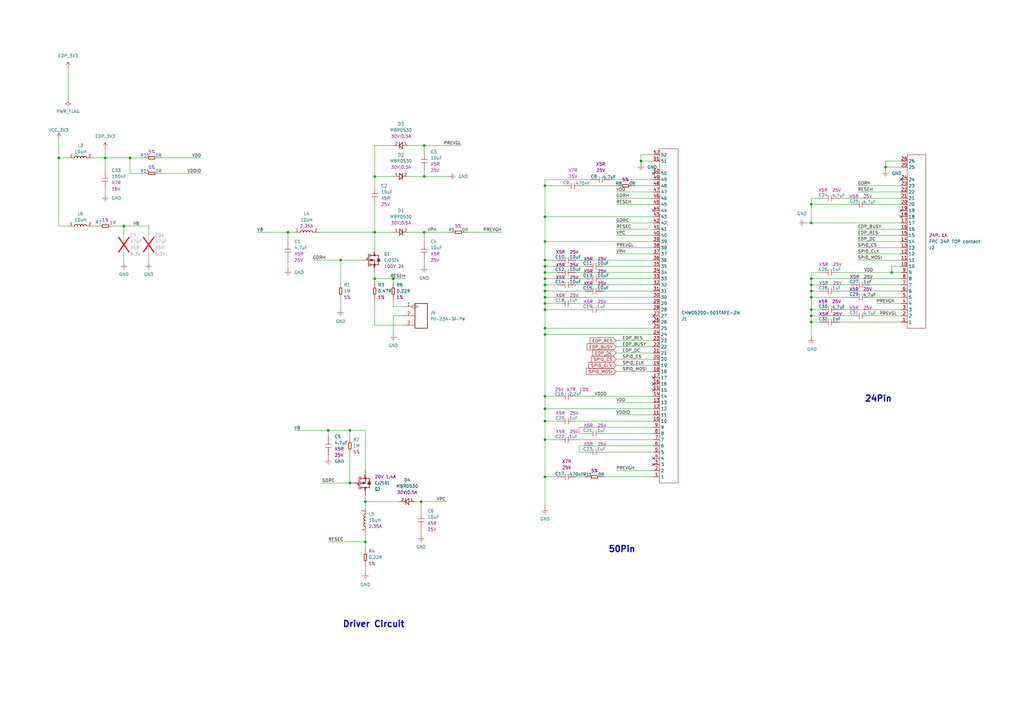
<source format=kicad_sch>
(kicad_sch (version 20250114) (generator "eeschema") (generator_version "9.0")
  (paper "A3")
  (title_block (title "XIAO ePaper Dsiplay Board EE04") (date "2025-10-20") (rev "v1.2") (company "Seeed Studio"))
  (lib_symbols
    (symbol "Power_Gnd:+3.3V" (power) (pin_numbers (hide yes)) (pin_names (offset 0) (hide yes))
      (property "Value" "+3.3V" (at 0 3.556 0))
      (symbol "+3.3V_1_1"
        (pin power_in line (at 0 0 90) (length 0) (name "~") (number "1"))
      )
    )
    (symbol "Power_Gnd:+3V3" (power) (pin_numbers (hide yes)) (pin_names (offset 0) (hide yes))
      (property "Value" "+3V3" (at 0 3.556 0))
      (symbol "+3V3_1_1"
        (pin power_in line (at 0 0 90) (length 0) (name "~") (number "1"))
      )
    )
    (symbol "Power_Gnd:GNDREF" (power) (pin_numbers (hide yes)) (pin_names (offset 0) (hide yes))
      (property "Value" "GNDREF" (at 0 -3.81 0))
      (symbol "GNDREF_1_1"
        (pin power_in line (at 0 0 270) (length 0) (name "~") (number "1"))
      )
    )
    (symbol "Power_Gnd:PWR_FLAG" (power) (pin_numbers (hide yes)) (pin_names (offset 0) (hide yes))
      (property "Value" "PWR_FLAG" (at 0 3.81 0))
      (symbol "PWR_FLAG_0_0"
        (pin power_out line (at 0 0 90) (length 0) (name "~") (number "1"))
      )
    )
    (symbol "Seeed_libdb:Capacitors/302010004" (pin_numbers (hide yes)) (pin_names (hide yes))
      (property "Reference" "C" (at 3.175 0 0))
      (property "Value" "100nF" (at 5.715 -1.905 0))
      (property "Dielectric" "X7R" (at 0 0 0))
      (property "Voltage Rating" "16V" (at 0 0 0))
      (symbol "Capacitors/302010004_1_1"
        (pin passive line (at 0 3.81 270) (length 2.54) (name "1") (number "1"))
        (pin passive line (at 0 -3.81 90) (length 2.54) (name "2") (number "2"))
      )
    )
    (symbol "Seeed_libdb:Capacitors/302010092" (pin_numbers (hide yes)) (pin_names (hide yes))
      (property "Reference" "C" (at 3.175 0 0))
      (property "Value" "470nF" (at 5.715 -1.905 0))
      (property "Dielectric" "X7R" (at 0 0 0))
      (property "Voltage Rating" "25V" (at 0 0 0))
      (symbol "Capacitors/302010092_1_1"
        (pin passive line (at 0 3.81 270) (length 2.54) (name "1") (number "1"))
        (pin passive line (at 0 -3.81 90) (length 2.54) (name "2") (number "2"))
      )
    )
    (symbol "Seeed_libdb:Capacitors/302010146" (pin_numbers (hide yes)) (pin_names (hide yes))
      (property "Reference" "C" (at 3.175 0 0))
      (property "Value" "4.7uF" (at 5.715 -1.905 0))
      (property "Dielectric" "X5R" (at 0 0 0))
      (property "Voltage Rating" "25V" (at 0 0 0))
      (symbol "Capacitors/302010146_1_1"
        (pin passive line (at 0 3.81 270) (length 2.54) (name "1") (number "1"))
        (pin passive line (at 0 -3.81 90) (length 2.54) (name "2") (number "2"))
      )
    )
    (symbol "Seeed_libdb:Capacitors/302010148" (pin_numbers (hide yes)) (pin_names (hide yes))
      (property "Reference" "C" (at 3.175 0 0))
      (property "Value" "2.2uF" (at 5.715 -1.905 0))
      (property "Dielectric" " X7R, 10%" (at 0 0 0))
      (property "Voltage Rating" "25V" (at 0 0 0))
      (symbol "Capacitors/302010148_1_1"
        (pin passive line (at 0 3.81 270) (length 2.54) (name "1") (number "1"))
        (pin passive line (at 0 -3.81 90) (length 2.54) (name "2") (number "2"))
      )
    )
    (symbol "Seeed_libdb:Capacitors/302010166" (pin_numbers (hide yes)) (pin_names (hide yes))
      (property "Reference" "C" (at 3.175 0 0))
      (property "Value" "47uF" (at 5.715 -1.905 0))
      (property "Dielectric" "X5R" (at 0 0 0))
      (property "Voltage Rating" "6.3V" (at 0 0 0))
      (symbol "Capacitors/302010166_1_1"
        (pin passive line (at 0 3.81 270) (length 2.54) (name "1") (number "1"))
        (pin passive line (at 0 -3.81 90) (length 2.54) (name "2") (number "2"))
      )
    )
    (symbol "Seeed_libdb:Capacitors/302010178" (pin_numbers (hide yes)) (pin_names (hide yes))
      (property "Reference" "C" (at 3.175 0 0))
      (property "Value" "10uF" (at 5.715 -1.905 0))
      (property "Dielectric" "X5R" (at 0 0 0))
      (property "Voltage Rating" "25V" (at 0 0 0))
      (symbol "Capacitors/302010178_1_1"
        (pin passive line (at 0 3.81 270) (length 2.54) (name "1") (number "1"))
        (pin passive line (at 0 -3.81 90) (length 2.54) (name "2") (number "2"))
      )
    )
    (symbol "Seeed_libdb:Capacitors/302010245" (pin_numbers (hide yes)) (pin_names (hide yes))
      (property "Reference" "C" (at 3.175 0 0))
      (property "Value" "1uF" (at 5.715 -1.905 0))
      (property "Dielectric" "X5R" (at 0 0 0))
      (property "Voltage Rating" "25V" (at 0 0 0))
      (symbol "Capacitors/302010245_1_1"
        (pin passive line (at 0 3.81 270) (length 2.54) (name "1") (number "1"))
        (pin passive line (at 0 -3.81 90) (length 2.54) (name "2") (number "2"))
      )
    )
    (symbol "Seeed_libdb:Connector/320021137"
      (property "Reference" "J" (at -2.54 6.35 0))
      (property "Value" "PH-2.54-3A-PW" (at -2.54 5.08 0))
      (symbol "Connector/320021137_1_0"
        (pin passive inverted_clock (at -7.62 3.81 0) (length 5.08) (name "P$1") (number "1"))
        (pin passive line (at -7.62 0 0) (length 5.08) (name "P$2") (number "2"))
        (pin passive line (at -7.62 -3.81 0) (length 5.08) (name "P$3") (number "3"))
      )
    )
    (symbol "Seeed_libdb:Connector/320061004"
      (property "Reference" "J" (at 3.81 3.81 0))
      (property "Value" "FPC 24P TOP contact" (at 8.89 3.81 0))
      (property "Rating" "24P，1A" (at 0 0 0))
      (symbol "Connector/320061004_0_0"
        (pin passive line (at 0 0 0) (length 2.54) (name "1") (number "1"))
        (pin passive line (at 0 -2.54 0) (length 2.54) (name "2") (number "2"))
        (pin passive line (at 0 -5.08 0) (length 2.54) (name "3") (number "3"))
        (pin passive line (at 0 -7.62 0) (length 2.54) (name "4") (number "4"))
        (pin passive line (at 0 -10.16 0) (length 2.54) (name "5") (number "5"))
        (pin passive line (at 0 -12.7 0) (length 2.54) (name "6") (number "6"))
        (pin passive line (at 0 -15.24 0) (length 2.54) (name "7") (number "7"))
        (pin passive line (at 0 -17.78 0) (length 2.54) (name "8") (number "8"))
        (pin passive line (at 0 -20.32 0) (length 2.54) (name "9") (number "9"))
        (pin passive line (at 0 -22.86 0) (length 2.54) (name "10") (number "10"))
        (pin passive line (at 0 -25.4 0) (length 2.54) (name "11") (number "11"))
        (pin passive line (at 0 -27.94 0) (length 2.54) (name "12") (number "12"))
        (pin passive line (at 0 -30.48 0) (length 2.54) (name "13") (number "13"))
        (pin passive line (at 0 -33.02 0) (length 2.54) (name "14") (number "14"))
        (pin passive line (at 0 -35.56 0) (length 2.54) (name "15") (number "15"))
        (pin passive line (at 0 -38.1 0) (length 2.54) (name "16") (number "16"))
        (pin passive line (at 0 -40.64 0) (length 2.54) (name "17") (number "17"))
        (pin passive line (at 0 -43.18 0) (length 2.54) (name "18") (number "18"))
        (pin passive line (at 0 -45.72 0) (length 2.54) (name "19") (number "19"))
        (pin passive line (at 0 -48.26 0) (length 2.54) (name "20") (number "20"))
        (pin passive line (at 0 -50.8 0) (length 2.54) (name "21") (number "21"))
        (pin passive line (at 0 -53.34 0) (length 2.54) (name "22") (number "22"))
        (pin passive line (at 0 -55.88 0) (length 2.54) (name "23") (number "23"))
        (pin passive line (at 0 -58.42 0) (length 2.54) (name "24") (number "24"))
      )
      (symbol "Connector/320061004_1_1"
        (pin passive line (at 0 -63.5 0) (length 2.54) (name "25") (number "25"))
        (pin passive line (at 0 -66.04 0) (length 2.54) (name "26") (number "26"))
      )
    )
    (symbol "Seeed_libdb:Connector/FPC-05F-50PH20"
      (property "Reference" "J" (at 2.794 5.588 0))
      (property "Value" "FPC-05F-50PH20" (at 5.08 3.81 0))
      (symbol "Connector/FPC-05F-50PH20_0_0"
        (pin passive line (at 0 0 0) (length 2.54) (name "1") (number "1"))
        (pin passive line (at 0 -2.54 0) (length 2.54) (name "2") (number "2"))
        (pin passive line (at 0 -5.08 0) (length 2.54) (name "3") (number "3"))
        (pin passive line (at 0 -7.62 0) (length 2.54) (name "4") (number "4"))
        (pin passive line (at 0 -10.16 0) (length 2.54) (name "5") (number "5"))
        (pin passive line (at 0 -12.7 0) (length 2.54) (name "6") (number "6"))
        (pin passive line (at 0 -15.24 0) (length 2.54) (name "7") (number "7"))
        (pin passive line (at 0 -17.78 0) (length 2.54) (name "8") (number "8"))
        (pin passive line (at 0 -20.32 0) (length 2.54) (name "9") (number "9"))
        (pin passive line (at 0 -22.86 0) (length 2.54) (name "10") (number "10"))
        (pin passive line (at 0 -25.4 0) (length 2.54) (name "11") (number "11"))
        (pin passive line (at 0 -27.94 0) (length 2.54) (name "12") (number "12"))
        (pin passive line (at 0 -30.48 0) (length 2.54) (name "13") (number "13"))
        (pin passive line (at 0 -33.02 0) (length 2.54) (name "14") (number "14"))
        (pin passive line (at 0 -35.56 0) (length 2.54) (name "15") (number "15"))
        (pin passive line (at 0 -38.1 0) (length 2.54) (name "16") (number "16"))
        (pin passive line (at 0 -40.64 0) (length 2.54) (name "17") (number "17"))
        (pin passive line (at 0 -43.18 0) (length 2.54) (name "18") (number "18"))
        (pin passive line (at 0 -45.72 0) (length 2.54) (name "19") (number "19"))
        (pin passive line (at 0 -48.26 0) (length 2.54) (name "20") (number "20"))
        (pin passive line (at 0 -50.8 0) (length 2.54) (name "21") (number "21"))
        (pin passive line (at 0 -53.34 0) (length 2.54) (name "22") (number "22"))
        (pin passive line (at 0 -55.88 0) (length 2.54) (name "23") (number "23"))
        (pin passive line (at 0 -58.42 0) (length 2.54) (name "24") (number "24"))
      )
      (symbol "Connector/FPC-05F-50PH20_1_0"
        (pin passive line (at 0 -60.96 0) (length 2.54) (name "25") (number "25"))
        (pin passive line (at 0 -63.5 0) (length 2.54) (name "26") (number "26"))
        (pin passive line (at 0 -66.04 0) (length 2.54) (name "27") (number "27"))
        (pin passive line (at 0 -68.58 0) (length 2.54) (name "28") (number "28"))
        (pin passive line (at 0 -71.12 0) (length 2.54) (name "29") (number "29"))
        (pin passive line (at 0 -73.66 0) (length 2.54) (name "30") (number "30"))
        (pin passive line (at 0 -76.2 0) (length 2.54) (name "31") (number "31"))
        (pin passive line (at 0 -78.74 0) (length 2.54) (name "32") (number "32"))
      )
      (symbol "Connector/FPC-05F-50PH20_1_1"
        (pin passive line (at 0 -81.28 0) (length 2.54) (name "33") (number "33"))
        (pin passive line (at 0 -83.82 0) (length 2.54) (name "34") (number "34"))
        (pin passive line (at 0 -86.36 0) (length 2.54) (name "35") (number "35"))
        (pin passive line (at 0 -88.9 0) (length 2.54) (name "36") (number "36"))
        (pin passive line (at 0 -91.44 0) (length 2.54) (name "37") (number "37"))
        (pin passive line (at 0 -93.98 0) (length 2.54) (name "38") (number "38"))
        (pin passive line (at 0 -96.52 0) (length 2.54) (name "39") (number "39"))
        (pin passive line (at 0 -99.06 0) (length 2.54) (name "40") (number "40"))
        (pin passive line (at 0 -101.6 0) (length 2.54) (name "41") (number "41"))
        (pin passive line (at 0 -104.14 0) (length 2.54) (name "42") (number "42"))
        (pin passive line (at 0 -106.68 0) (length 2.54) (name "43") (number "43"))
        (pin passive line (at 0 -109.22 0) (length 2.54) (name "44") (number "44"))
        (pin passive line (at 0 -111.76 0) (length 2.54) (name "45") (number "45"))
        (pin passive line (at 0 -114.3 0) (length 2.54) (name "46") (number "46"))
        (pin passive line (at 0 -116.84 0) (length 2.54) (name "47") (number "47"))
        (pin passive line (at 0 -119.38 0) (length 2.54) (name "48") (number "48"))
        (pin passive line (at 0 -121.92 0) (length 2.54) (name "49") (number "49"))
        (pin passive line (at 0 -124.46 0) (length 2.54) (name "50") (number "50"))
        (pin passive line (at 0 -129.54 0) (length 2.54) (name "51") (number "51"))
        (pin passive line (at 0 -132.08 0) (length 2.54) (name "52") (number "52"))
      )
    )
    (symbol "Seeed_libdb:Diode/304020053" (pin_names (offset 1.016))
      (property "Reference" "D" (at -1.524 3.048 0))
      (property "Value" "MBR0530" (at -1.524 1.27 0))
      (property "Rating" "30V;0.5A" (at 0 0 0))
      (symbol "Diode/304020053_1_0"
        (pin passive line (at -3.81 0 0) (length 2.54) (name "~") (number "1"))
        (pin passive line (at 2.54 0 180) (length 2.54) (name "~") (number "2"))
      )
    )
    (symbol "Seeed_libdb:Inductor/303010147" (pin_names (offset 1.016))
      (property "Reference" "L" (at -3.175 1.27 0))
      (property "Value" "10uH" (at 0 1.27 0))
      (property "Rating" "2.35A" (at 0 0 0))
      (symbol "Inductor/303010147_0_0"
        (pin passive line (at -5.08 0 0) (length 2.54) (name "~") (number "1"))
        (pin passive line (at 5.08 0 180) (length 2.54) (name "~") (number "2"))
      )
    )
    (symbol "Seeed_libdb:Inductor/303011999" (pin_names (offset 1.016))
      (property "Reference" "L" (at -3.175 1.27 0))
      (property "Value" "10uH" (at 0 1.27 0))
      (symbol "Inductor/303011999_0_0"
        (pin passive line (at -5.08 0 0) (length 2.54) (name "~") (number "1"))
        (pin passive line (at 5.08 0 180) (length 2.54) (name "~") (number "2"))
      )
    )
    (symbol "Seeed_libdb:Mosfet/305030084"
      (property "Reference" "Q" (at -2.54 2.54 0))
      (property "Value" "CJ2101" (at 0 2.54 0))
      (property "Rating" "20V 1.4A" (at 0 0 0))
      (symbol "Mosfet/305030084_1_0"
        (text "G" (at -3.4925 0 0) (effects (font (size 0.8128 0.6908)) (justify left bottom)))
        (text "D" (at -0.635 2.2225 0) (effects (font (size 0.8128 0.6908)) (justify left bottom)))
        (text "S" (at -0.635 -3.175 0) (effects (font (size 0.8128 0.6908)) (justify left bottom)))
        (pin passive line (at -5.08 0 0) (length 2.54) (name "G") (number "1"))
        (pin passive line (at 0 5.08 270) (length 2.54) (name "D") (number "3"))
        (pin passive line (at 0 -5.08 90) (length 2.54) (name "S") (number "2"))
      )
    )
    (symbol "Seeed_libdb:Mosfet/305030088"
      (property "Reference" "Q" (at -2.54 2.54 0))
      (property "Value" "CJ2324" (at 0 2.54 0))
      (property "Rating" "100V 2A" (at 0 0 0))
      (symbol "Mosfet/305030088_1_0"
        (text "G" (at -3.4925 0 0) (effects (font (size 0.8128 0.6908)) (justify left bottom)))
        (text "D" (at -0.635 2.2225 0) (effects (font (size 0.8128 0.6908)) (justify left bottom)))
        (text "S" (at -0.635 -3.175 0) (effects (font (size 0.8128 0.6908)) (justify left bottom)))
        (pin passive line (at -5.08 0 0) (length 2.54) (name "G") (number "1"))
        (pin passive line (at 0 5.08 270) (length 2.54) (name "D") (number "3"))
        (pin passive line (at 0 -5.08 90) (length 2.54) (name "S") (number "2"))
      )
    )
    (symbol "Seeed_libdb:Resistors/301010009" (pin_numbers (hide yes)) (pin_names (offset 1.016))
      (property "Reference" "R" (at -1.905 0.635 0))
      (property "Value" "1M" (at 0.635 0.635 0))
      (property "Power Rating" "5%" (at 0 0 0))
      (symbol "Resistors/301010009_0_0"
        (pin passive line (at -3.81 0 0) (length 2.54) (name "~") (number "1"))
        (pin passive line (at 3.81 0 180) (length 2.54) (name "~") (number "2"))
      )
    )
    (symbol "Seeed_libdb:Resistors/301010209" (pin_numbers (hide yes)) (pin_names (offset 1.016))
      (property "Reference" "R" (at -1.905 0.635 0))
      (property "Value" "0.47R" (at 0.635 0.635 0))
      (property "Power Rating" "1%" (at 0 0 0))
      (symbol "Resistors/301010209_0_0"
        (pin passive line (at -3.81 0 0) (length 2.54) (name "~") (number "1"))
        (pin passive line (at 3.81 0 180) (length 2.54) (name "~") (number "2"))
      )
    )
    (symbol "Seeed_libdb:Resistors/301010292" (pin_numbers (hide yes)) (pin_names (offset 1.016))
      (property "Reference" "R" (at -1.905 0.635 0))
      (property "Value" "0R" (at 0.635 0.635 0))
      (property "Power Rating" "5%" (at 0 0 0))
      (symbol "Resistors/301010292_0_0"
        (pin passive line (at -3.81 0 0) (length 2.54) (name "~") (number "1"))
        (pin passive line (at 3.81 0 180) (length 2.54) (name "~") (number "2"))
      )
    )
    (symbol "Seeed_libdb:Resistors/301010384" (pin_numbers (hide yes)) (pin_names (offset 1.016))
      (property "Reference" "R" (at -1.905 0.635 0))
      (property "Value" "0.22R" (at 0.635 0.635 0))
      (property "Power Rating" "1%" (at 0 0 0))
      (symbol "Resistors/301010384_0_0"
        (pin passive line (at -3.81 0 0) (length 2.54) (name "~") (number "1"))
        (pin passive line (at 3.81 0 180) (length 2.54) (name "~") (number "2"))
      )
    )
    (symbol "Seeed_libdb:Resistors/301010768" (pin_numbers (hide yes)) (pin_names (offset 1.016))
      (property "Reference" "R" (at -1.905 0.635 0))
      (property "Value" "1R" (at 0.635 0.635 0))
      (property "Power Rating" "1%" (at 0 0 0))
      (symbol "Resistors/301010768_0_0"
        (pin passive line (at -3.81 0 0) (length 2.54) (name "~") (number "1"))
        (pin passive line (at 3.81 0 180) (length 2.54) (name "~") (number "2"))
      )
    )
  )
  (text "Driver Circuit" (at 140.462 257.556 0) (effects (font (size 2.5 2.5) (bold yes)) (justify left bottom)))
  (text "24Pin" (at 354.584 165.1 0) (effects (font (size 2.5 2.5) (bold yes)) (justify left bottom)))
  (text "50Pin" (at 249.428 226.822 0) (effects (font (size 2.5 2.5) (bold yes)) (justify left bottom)))
  (junction (at 223.52 121.92))
  (junction (at 223.52 119.38))
  (junction (at 332.74 121.92))
  (junction (at 161.29 114.3))
  (junction (at 172.72 205.74))
  (junction (at 173.99 72.39))
  (junction (at 139.7 106.68))
  (junction (at 223.52 195.58))
  (junction (at 223.52 99.06))
  (junction (at 332.74 127))
  (junction (at 153.67 72.39))
  (junction (at 223.52 111.76))
  (junction (at 223.52 116.84))
  (junction (at 332.74 129.54))
  (junction (at 24.13 64.77))
  (junction (at 223.52 172.72))
  (junction (at 223.52 114.3))
  (junction (at 118.11 95.25))
  (junction (at 134.62 176.53))
  (junction (at 223.52 127))
  (junction (at 223.52 76.2))
  (junction (at 223.52 88.9))
  (junction (at 363.22 68.58))
  (junction (at 153.67 95.25))
  (junction (at 143.51 198.12))
  (junction (at 332.74 116.84))
  (junction (at 173.99 95.25))
  (junction (at 332.74 91.44))
  (junction (at 223.52 124.46))
  (junction (at 50.8 92.71))
  (junction (at 149.86 222.25))
  (junction (at 53.34 64.77))
  (junction (at 223.52 167.64))
  (junction (at 43.18 64.77))
  (junction (at 223.52 180.34))
  (junction (at 223.52 109.22))
  (junction (at 173.99 59.69))
  (junction (at 223.52 137.16))
  (junction (at 332.74 83.82))
  (junction (at 332.74 132.08))
  (junction (at 223.52 106.68))
  (junction (at 223.52 162.56))
  (junction (at 153.67 114.3))
  (junction (at 332.74 119.38))
  (junction (at 262.89 66.04))
  (junction (at 223.52 134.62))
  (junction (at 143.51 176.53))
  (junction (at 365.76 111.76))
  (junction (at 332.74 114.3))
  (junction (at 149.86 205.74))
  (no_connect (at 267.97 187.96))
  (no_connect (at 267.97 160.02))
  (no_connect (at 267.97 129.54))
  (no_connect (at 267.97 71.12))
  (no_connect (at 267.97 190.5))
  (no_connect (at 369.57 73.66))
  (no_connect (at 267.97 157.48))
  (no_connect (at 369.57 86.36))
  (no_connect (at 267.97 132.08))
  (no_connect (at 267.97 154.94))
  (no_connect (at 369.57 88.9))
  (no_connect (at 267.97 86.36))
  (wire (pts (xy 161.29 59.69) (xy 153.67 59.69)))
  (wire (pts (xy 43.18 64.77) (xy 53.34 64.77)))
  (wire (pts (xy 344.17 111.76) (xy 365.76 111.76)))
  (wire (pts (xy 332.74 121.92) (xy 332.74 127)))
  (wire (pts (xy 66.04 71.12) (xy 82.55 71.12)))
  (wire (pts (xy 223.52 121.92) (xy 267.97 121.92)))
  (wire (pts (xy 344.17 127) (xy 369.57 127)))
  (wire (pts (xy 118.11 106.68) (xy 118.11 110.49)))
  (wire (pts (xy 252.73 93.98) (xy 267.97 93.98)))
  (wire (pts (xy 105.41 95.25) (xy 118.11 95.25)))
  (wire (pts (xy 223.52 88.9) (xy 223.52 99.06)))
  (wire (pts (xy 365.76 111.76) (xy 369.57 111.76)))
  (wire (pts (xy 223.52 180.34) (xy 228.6 180.34)))
  (wire (pts (xy 332.74 127) (xy 332.74 129.54)))
  (wire (pts (xy 223.52 99.06) (xy 267.97 99.06)))
  (wire (pts (xy 236.22 162.56) (xy 267.97 162.56)))
  (wire (pts (xy 332.74 114.3) (xy 369.57 114.3)))
  (wire (pts (xy 173.99 106.68) (xy 173.99 109.22)))
  (wire (pts (xy 252.73 144.78) (xy 267.97 144.78)))
  (wire (pts (xy 223.52 99.06) (xy 223.52 106.68)))
  (wire (pts (xy 153.67 133.35) (xy 153.67 123.19)))
  (wire (pts (xy 262.89 66.04) (xy 262.89 63.5)))
  (wire (pts (xy 332.74 132.08) (xy 336.55 132.08)))
  (wire (pts (xy 223.52 137.16) (xy 223.52 162.56)))
  (wire (pts (xy 43.18 64.77) (xy 43.18 69.85)))
  (wire (pts (xy 250.19 73.66) (xy 267.97 73.66)))
  (wire (pts (xy 161.29 114.3) (xy 161.29 115.57)))
  (wire (pts (xy 149.86 205.74) (xy 163.83 205.74)))
  (wire (pts (xy 170.18 205.74) (xy 172.72 205.74)))
  (wire (pts (xy 223.52 119.38) (xy 240.03 119.38)))
  (wire (pts (xy 252.73 96.52) (xy 267.97 96.52)))
  (wire (pts (xy 262.89 67.31) (xy 262.89 66.04)))
  (wire (pts (xy 223.52 167.64) (xy 267.97 167.64)))
  (wire (pts (xy 153.67 114.3) (xy 153.67 115.57)))
  (wire (pts (xy 173.99 95.25) (xy 184.15 95.25)))
  (wire (pts (xy 223.52 73.66) (xy 223.52 76.2)))
  (wire (pts (xy 351.79 96.52) (xy 369.57 96.52)))
  (wire (pts (xy 223.52 127) (xy 240.03 127)))
  (wire (pts (xy 332.74 114.3) (xy 332.74 116.84)))
  (wire (pts (xy 50.8 92.71) (xy 50.8 96.52)))
  (wire (pts (xy 356.87 121.92) (xy 369.57 121.92)))
  (wire (pts (xy 139.7 106.68) (xy 139.7 115.57)))
  (wire (pts (xy 223.52 114.3) (xy 240.03 114.3)))
  (wire (pts (xy 60.96 92.71) (xy 60.96 96.52)))
  (wire (pts (xy 50.8 104.14) (xy 50.8 107.95)))
  (wire (pts (xy 38.1 64.77) (xy 43.18 64.77)))
  (wire (pts (xy 236.22 195.58) (xy 240.03 195.58)))
  (wire (pts (xy 43.18 77.47) (xy 43.18 80.01)))
  (wire (pts (xy 369.57 109.22) (xy 365.76 109.22)))
  (wire (pts (xy 53.34 71.12) (xy 53.34 64.77)))
  (wire (pts (xy 363.22 66.04) (xy 363.22 68.58)))
  (wire (pts (xy 24.13 92.71) (xy 24.13 64.77)))
  (wire (pts (xy 153.67 95.25) (xy 161.29 95.25)))
  (wire (pts (xy 267.97 175.26) (xy 237.49 175.26)))
  (wire (pts (xy 38.1 92.71) (xy 39.37 92.71)))
  (wire (pts (xy 223.52 124.46) (xy 228.6 124.46)))
  (wire (pts (xy 252.73 78.74) (xy 267.97 78.74)))
  (wire (pts (xy 223.52 109.22) (xy 240.03 109.22)))
  (wire (pts (xy 143.51 186.69) (xy 143.51 198.12)))
  (wire (pts (xy 143.51 176.53) (xy 143.51 179.07)))
  (wire (pts (xy 336.55 81.28) (xy 332.74 81.28)))
  (wire (pts (xy 332.74 127) (xy 336.55 127)))
  (wire (pts (xy 332.74 121.92) (xy 349.25 121.92)))
  (wire (pts (xy 223.52 116.84) (xy 223.52 119.38)))
  (wire (pts (xy 236.22 172.72) (xy 267.97 172.72)))
  (wire (pts (xy 149.86 203.2) (xy 149.86 205.74)))
  (wire (pts (xy 223.52 167.64) (xy 223.52 172.72)))
  (wire (pts (xy 237.49 175.26) (xy 237.49 177.8)))
  (wire (pts (xy 252.73 149.86) (xy 267.97 149.86)))
  (wire (pts (xy 252.73 101.6) (xy 267.97 101.6)))
  (wire (pts (xy 332.74 129.54) (xy 349.25 129.54)))
  (wire (pts (xy 223.52 76.2) (xy 231.14 76.2)))
  (wire (pts (xy 223.52 111.76) (xy 223.52 114.3)))
  (wire (pts (xy 165.1 133.35) (xy 153.67 133.35)))
  (wire (pts (xy 332.74 83.82) (xy 332.74 91.44)))
  (wire (pts (xy 134.62 186.69) (xy 134.62 187.96)))
  (wire (pts (xy 351.79 106.68) (xy 369.57 106.68)))
  (wire (pts (xy 223.52 127) (xy 223.52 134.62)))
  (wire (pts (xy 332.74 119.38) (xy 336.55 119.38)))
  (wire (pts (xy 332.74 119.38) (xy 332.74 121.92)))
  (wire (pts (xy 153.67 114.3) (xy 161.29 114.3)))
  (wire (pts (xy 50.8 92.71) (xy 60.96 92.71)))
  (wire (pts (xy 223.52 109.22) (xy 223.52 111.76)))
  (wire (pts (xy 139.7 123.19) (xy 139.7 127)))
  (wire (pts (xy 267.97 182.88) (xy 237.49 182.88)))
  (wire (pts (xy 252.73 81.28) (xy 267.97 81.28)))
  (wire (pts (xy 223.52 76.2) (xy 223.52 88.9)))
  (wire (pts (xy 236.22 180.34) (xy 267.97 180.34)))
  (wire (pts (xy 223.52 195.58) (xy 223.52 208.28)))
  (wire (pts (xy 356.87 129.54) (xy 369.57 129.54)))
  (wire (pts (xy 223.52 180.34) (xy 223.52 195.58)))
  (wire (pts (xy 223.52 137.16) (xy 267.97 137.16)))
  (wire (pts (xy 223.52 106.68) (xy 223.52 109.22)))
  (wire (pts (xy 262.89 63.5) (xy 267.97 63.5)))
  (wire (pts (xy 153.67 95.25) (xy 153.67 101.6)))
  (wire (pts (xy 161.29 114.3) (xy 166.37 114.3)))
  (wire (pts (xy 237.49 182.88) (xy 237.49 185.42)))
  (wire (pts (xy 252.73 139.7) (xy 267.97 139.7)))
  (wire (pts (xy 351.79 76.2) (xy 369.57 76.2)))
  (wire (pts (xy 252.73 83.82) (xy 267.97 83.82)))
  (wire (pts (xy 27.94 64.77) (xy 24.13 64.77)))
  (wire (pts (xy 149.86 222.25) (xy 149.86 218.44)))
  (wire (pts (xy 223.52 114.3) (xy 223.52 116.84)))
  (wire (pts (xy 223.52 134.62) (xy 223.52 137.16)))
  (wire (pts (xy 167.64 72.39) (xy 173.99 72.39)))
  (wire (pts (xy 143.51 198.12) (xy 144.78 198.12)))
  (wire (pts (xy 66.04 64.77) (xy 82.55 64.77)))
  (wire (pts (xy 149.86 222.25) (xy 149.86 224.79)))
  (wire (pts (xy 252.73 165.1) (xy 267.97 165.1)))
  (wire (pts (xy 149.86 205.74) (xy 149.86 208.28)))
  (wire (pts (xy 247.65 185.42) (xy 267.97 185.42)))
  (wire (pts (xy 236.22 124.46) (xy 267.97 124.46)))
  (wire (pts (xy 153.67 72.39) (xy 161.29 72.39)))
  (wire (pts (xy 236.22 106.68) (xy 267.97 106.68)))
  (wire (pts (xy 237.49 185.42) (xy 240.03 185.42)))
  (wire (pts (xy 363.22 68.58) (xy 369.57 68.58)))
  (wire (pts (xy 120.65 176.53) (xy 134.62 176.53)))
  (wire (pts (xy 252.73 170.18) (xy 267.97 170.18)))
  (wire (pts (xy 223.52 116.84) (xy 228.6 116.84)))
  (wire (pts (xy 172.72 205.74) (xy 172.72 209.55)))
  (wire (pts (xy 191.77 95.25) (xy 205.74 95.25)))
  (wire (pts (xy 247.65 119.38) (xy 267.97 119.38)))
  (wire (pts (xy 223.52 88.9) (xy 267.97 88.9)))
  (wire (pts (xy 363.22 68.58) (xy 363.22 69.85)))
  (wire (pts (xy 223.52 134.62) (xy 267.97 134.62)))
  (wire (pts (xy 120.65 95.25) (xy 118.11 95.25)))
  (wire (pts (xy 128.27 106.68) (xy 139.7 106.68)))
  (wire (pts (xy 344.17 132.08) (xy 369.57 132.08)))
  (wire (pts (xy 223.52 121.92) (xy 223.52 124.46)))
  (wire (pts (xy 223.52 162.56) (xy 223.52 167.64)))
  (wire (pts (xy 24.13 92.71) (xy 27.94 92.71)))
  (wire (pts (xy 153.67 111.76) (xy 153.67 114.3)))
  (wire (pts (xy 153.67 59.69) (xy 153.67 72.39)))
  (wire (pts (xy 223.52 124.46) (xy 223.52 127)))
  (wire (pts (xy 130.81 95.25) (xy 153.67 95.25)))
  (wire (pts (xy 173.99 62.23) (xy 173.99 59.69)))
  (wire (pts (xy 344.17 81.28) (xy 369.57 81.28)))
  (wire (pts (xy 134.62 176.53) (xy 134.62 179.07)))
  (wire (pts (xy 46.99 92.71) (xy 50.8 92.71)))
  (wire (pts (xy 24.13 57.15) (xy 24.13 64.77)))
  (wire (pts (xy 149.86 232.41) (xy 149.86 234.95)))
  (wire (pts (xy 27.94 27.94) (xy 27.94 40.64)))
  (wire (pts (xy 332.74 116.84) (xy 332.74 119.38)))
  (wire (pts (xy 351.79 101.6) (xy 369.57 101.6)))
  (wire (pts (xy 351.79 99.06) (xy 369.57 99.06)))
  (wire (pts (xy 369.57 66.04) (xy 363.22 66.04)))
  (wire (pts (xy 143.51 176.53) (xy 149.86 176.53)))
  (wire (pts (xy 43.18 60.96) (xy 43.18 64.77)))
  (wire (pts (xy 262.89 66.04) (xy 267.97 66.04)))
  (wire (pts (xy 167.64 95.25) (xy 173.99 95.25)))
  (wire (pts (xy 139.7 106.68) (xy 148.59 106.68)))
  (wire (pts (xy 58.42 71.12) (xy 53.34 71.12)))
  (wire (pts (xy 252.73 142.24) (xy 267.97 142.24)))
  (wire (pts (xy 173.99 69.85) (xy 173.99 72.39)))
  (wire (pts (xy 247.65 109.22) (xy 267.97 109.22)))
  (wire (pts (xy 238.76 76.2) (xy 252.73 76.2)))
  (wire (pts (xy 336.55 111.76) (xy 332.74 111.76)))
  (wire (pts (xy 332.74 91.44) (xy 369.57 91.44)))
  (wire (pts (xy 236.22 111.76) (xy 267.97 111.76)))
  (wire (pts (xy 332.74 83.82) (xy 349.25 83.82)))
  (wire (pts (xy 252.73 152.4) (xy 267.97 152.4)))
  (wire (pts (xy 118.11 95.25) (xy 118.11 99.06)))
  (wire (pts (xy 165.1 125.73) (xy 161.29 125.73)))
  (wire (pts (xy 223.52 162.56) (xy 228.6 162.56)))
  (wire (pts (xy 223.52 195.58) (xy 228.6 195.58)))
  (wire (pts (xy 247.65 177.8) (xy 267.97 177.8)))
  (wire (pts (xy 252.73 147.32) (xy 267.97 147.32)))
  (wire (pts (xy 161.29 125.73) (xy 161.29 123.19)))
  (wire (pts (xy 332.74 129.54) (xy 332.74 132.08)))
  (wire (pts (xy 132.08 198.12) (xy 143.51 198.12)))
  (wire (pts (xy 359.41 124.46) (xy 369.57 124.46)))
  (wire (pts (xy 223.52 172.72) (xy 223.52 180.34)))
  (wire (pts (xy 252.73 193.04) (xy 267.97 193.04)))
  (wire (pts (xy 351.79 93.98) (xy 369.57 93.98)))
  (wire (pts (xy 236.22 116.84) (xy 267.97 116.84)))
  (wire (pts (xy 332.74 81.28) (xy 332.74 83.82)))
  (wire (pts (xy 332.74 116.84) (xy 349.25 116.84)))
  (wire (pts (xy 223.52 111.76) (xy 228.6 111.76)))
  (wire (pts (xy 260.35 76.2) (xy 267.97 76.2)))
  (wire (pts (xy 223.52 119.38) (xy 223.52 121.92)))
  (wire (pts (xy 252.73 104.14) (xy 267.97 104.14)))
  (wire (pts (xy 173.99 59.69) (xy 189.23 59.69)))
  (wire (pts (xy 242.57 73.66) (xy 223.52 73.66)))
  (wire (pts (xy 247.65 127) (xy 267.97 127)))
  (wire (pts (xy 53.34 64.77) (xy 58.42 64.77)))
  (wire (pts (xy 332.74 91.44) (xy 330.2 91.44)))
  (wire (pts (xy 332.74 111.76) (xy 332.74 114.3)))
  (wire (pts (xy 149.86 176.53) (xy 149.86 193.04)))
  (wire (pts (xy 134.62 222.25) (xy 149.86 222.25)))
  (wire (pts (xy 223.52 172.72) (xy 228.6 172.72)))
  (wire (pts (xy 356.87 116.84) (xy 369.57 116.84)))
  (wire (pts (xy 161.29 129.54) (xy 165.1 129.54)))
  (wire (pts (xy 223.52 106.68) (xy 228.6 106.68)))
  (wire (pts (xy 365.76 109.22) (xy 365.76 111.76)))
  (wire (pts (xy 153.67 83.82) (xy 153.67 95.25)))
  (wire (pts (xy 134.62 176.53) (xy 143.51 176.53)))
  (wire (pts (xy 161.29 137.16) (xy 161.29 129.54)))
  (wire (pts (xy 172.72 217.17) (xy 172.72 219.71)))
  (wire (pts (xy 237.49 177.8) (xy 240.03 177.8)))
  (wire (pts (xy 252.73 91.44) (xy 267.97 91.44)))
  (wire (pts (xy 172.72 205.74) (xy 182.88 205.74)))
  (wire (pts (xy 356.87 83.82) (xy 369.57 83.82)))
  (wire (pts (xy 351.79 104.14) (xy 369.57 104.14)))
  (wire (pts (xy 173.99 72.39) (xy 184.15 72.39)))
  (wire (pts (xy 344.17 119.38) (xy 369.57 119.38)))
  (wire (pts (xy 332.74 132.08) (xy 332.74 138.43)))
  (wire (pts (xy 60.96 104.14) (xy 60.96 107.95)))
  (wire (pts (xy 173.99 95.25) (xy 173.99 99.06)))
  (wire (pts (xy 153.67 72.39) (xy 153.67 76.2)))
  (wire (pts (xy 351.79 78.74) (xy 369.57 78.74)))
  (wire (pts (xy 247.65 195.58) (xy 267.97 195.58)))
  (wire (pts (xy 247.65 114.3) (xy 267.97 114.3)))
  (wire (pts (xy 173.99 59.69) (xy 167.64 59.69)))
  (label "SPI0_CLK" (at 351.79 104.14 0))
  (label "GDRC" (at 252.73 91.44 0))
  (label "PREVGH" (at 252.73 193.04 0))
  (label "PREVGH" (at 205.74 95.25 180))
  (label "VDD" (at 252.73 78.74 0))
  (label "VB" (at 54.61 92.71 0))
  (label "EDP_RES" (at 351.79 96.52 0))
  (label "VDDIO" (at 82.55 71.12 180))
  (label "VDDD" (at 243.84 162.56 0))
  (label "GDRC" (at 132.08 198.12 0))
  (label "RESEC" (at 252.73 93.98 0))
  (label "GDRH" (at 128.27 106.68 0))
  (label "VDD" (at 354.33 111.76 0))
  (label "VB" (at 120.65 176.53 0))
  (label "VDD" (at 82.55 64.77 180))
  (label "RESEH" (at 351.79 78.74 0))
  (label "VDDIO" (at 252.73 170.18 0))
  (label "SPI0_CLK" (at 255.27 149.86 0))
  (label "VDD" (at 252.73 165.1 0))
  (label "VPC" (at 182.88 205.74 180))
  (label "RESEH" (at 252.73 83.82 0))
  (label "SPI0_CS" (at 351.79 101.6 0))
  (label "GDRH" (at 351.79 76.2 0))
  (label "EDP_DC" (at 351.79 99.06 0))
  (label "EDP_RES" (at 255.27 139.7 0))
  (label "VPH" (at 175.26 95.25 0))
  (label "PREVGL" (at 360.68 129.54 0))
  (label "GDRH" (at 252.73 81.28 0))
  (label "RESEC" (at 134.62 222.25 0))
  (label "EDP_BUSY" (at 255.27 142.24 0))
  (label "SPI0_CS" (at 255.27 147.32 0))
  (label "SPI0_MOSI" (at 351.79 106.68 0))
  (label "PREVGH" (at 359.41 124.46 0))
  (label "SPI0_MOSI" (at 255.27 152.4 0))
  (label "EDP_BUSY" (at 351.79 93.98 0))
  (label "VPH" (at 252.73 104.14 0))
  (label "VB" (at 105.41 95.25 0))
  (label "EDP_DC" (at 255.27 144.78 0))
  (label "PREVGL" (at 189.23 59.69 180))
  (label "PREVGL" (at 252.73 101.6 0))
  (label "VPC" (at 252.73 96.52 0))
  (label "RESEH" (at 166.37 114.3 180))
  (global_label "EDP_DC" (shape input) (at 252.73 144.78 180) (property "Intersheetrefs" "${INTERSHEET_REFS}" (effects (hide yes))))
  (global_label "SPI0_MOSI" (shape input) (at 252.73 152.4 180) (property "Intersheetrefs" "${INTERSHEET_REFS}" (effects (hide yes))))
  (global_label "EDP_BUSY" (shape input) (at 252.73 142.24 180) (property "Intersheetrefs" "${INTERSHEET_REFS}" (effects (hide yes))))
  (global_label "EDP_RES" (shape input) (at 252.73 139.7 180) (property "Intersheetrefs" "${INTERSHEET_REFS}" (effects (hide yes))))
  (global_label "SPI0_CS" (shape input) (at 252.73 147.32 180) (property "Intersheetrefs" "${INTERSHEET_REFS}" (effects (hide yes))))
  (global_label "SPI0_CLK" (shape input) (at 252.73 149.86 180) (property "Intersheetrefs" "${INTERSHEET_REFS}" (effects (hide yes))))
  (symbol (lib_id "Seeed_libdb:Capacitors/302010245") (at 340.36 111.76 90) (unit 1)
    (property "Reference" "C26" (at 337.566 110.49 90))
    (property "Value" "1uF" (at 343.154 110.49 90))
    (property "Footprint" "Capacitor:C0402" (effects (hide yes)))
    (property "Description" "SMD CAP Ceramic 1uF-25V-10%-X5R;0402" (effects (hide yes)))
    (property "Manufacturer" "YAGEO" (effects (hide yes)))
    (property "MPN" "CC0402KRX5R8BB105" (effects (hide yes)))
    (property "SKU" "302010245" (effects (hide yes)))
    (property "Dielectric" "X5R" (at 337.82 108.458 90))
    (property "Part Type" "Ceramic" (effects (hide yes)))
    (property "Voltage Rating" "25V" (at 343.408 108.458 90))
    (property "Status" "Testo PoE" (effects (hide yes)))
    (property "Temperature" "-55°C to 85°C" (effects (hide yes)))
  )
  (symbol (lib_id "Seeed_libdb:Capacitors/302010146") (at 353.06 129.54 90) (unit 1)
    (property "Reference" "C31" (at 350.266 128.27 90))
    (property "Value" "4.7uF" (at 356.616 128.524 90))
    (property "Footprint" "Capacitor:C0805" (effects (hide yes)))
    (property "Description" "SMD CAP Ceramic 4.7uF-25V-10%-X5R;0805" (effects (hide yes)))
    (property "Manufacturer" "YAGEO" (effects (hide yes)))
    (property "MPN" "CC0805KKX5R8BB475" (effects (hide yes)))
    (property "SKU" "302010146" (effects (hide yes)))
    (property "Dielectric" "X5R" (at 350.266 126.238 90))
    (property "Part Type" "Ceramic" (effects (hide yes)))
    (property "Voltage Rating" "25V" (at 355.854 126.238 90))
    (property "Status" "BeagleBone Carrier Board" (effects (hide yes)))
    (property "Temperature" "-55°C to 85°C" (effects (hide yes)))
  )
  (symbol (lib_id "Power_Gnd:GNDREF") (at 134.62 187.96 0) (unit 1)
    (property "Reference" "#PWR05" (effects (hide yes)))
    (property "Value" "GND" (at 137.16 189.2299 0) (effects (justify left)))
    (property "Description" "Power symbol creates a global label with name \"GNDREF\" , reference supply ground" (effects (hide yes)))
  )
  (symbol (lib_id "Seeed_libdb:Diode/304020053") (at 165.1 95.25 0) (unit 1)
    (property "Reference" "D1" (at 164.465 86.36 0))
    (property "Value" "MBR0530" (at 164.465 88.9 0))
    (property "Footprint" "Diode:SOD-123" (effects (hide yes)))
    (property "Description" "SMD Diode 30V-0.5A;SOD-123" (effects (hide yes)))
    (property "Manufacturer" "Fairchild" (effects (hide yes)))
    (property "MPN" "MBR0530" (effects (hide yes)))
    (property "SKU" "304020053" (effects (hide yes)))
    (property "Part Type" "Diode" (effects (hide yes)))
    (property "Rating" "30V;0.5A" (at 164.465 91.44 0))
    (property "Status" "Testo PoE" (effects (hide yes)))
    (property "Temperature" "-65°C to 125°C" (effects (hide yes)))
  )
  (symbol (lib_id "Seeed_libdb:Capacitors/302010178") (at 153.67 80.01 180) (unit 1)
    (property "Reference" "C2" (at 156.21 76.1999 0) (effects (justify right)))
    (property "Value" "10uF" (at 156.21 78.7399 0) (effects (justify right)))
    (property "Footprint" "Capacitor:C0805" (effects (hide yes)))
    (property "Description" "SMD CAP Ceramic 10uF-25V-10%-X5R;0805" (effects (hide yes)))
    (property "Manufacturer" "YAGEO" (effects (hide yes)))
    (property "MPN" "CC0805KKX5R8BB106" (effects (hide yes)))
    (property "SKU" "302010178" (effects (hide yes)))
    (property "Dielectric" "X5R" (at 156.21 81.2799 0) (effects (justify right)))
    (property "Part Type" "Ceramic" (effects (hide yes)))
    (property "Voltage Rating" "25V" (at 156.21 83.8199 0) (effects (justify right)))
    (property "Status" "BeagleBone Carrier Board" (effects (hide yes)))
    (property "Temperature" "-55°C to 85°C" (effects (hide yes)))
  )
  (symbol (lib_id "Seeed_libdb:Capacitors/302010146") (at 353.06 83.82 90) (unit 1)
    (property "Reference" "C25" (at 350.266 82.55 90))
    (property "Value" "4.7uF" (at 356.616 82.804 90))
    (property "Footprint" "Capacitor:C0805" (effects (hide yes)))
    (property "Description" "SMD CAP Ceramic 4.7uF-25V-10%-X5R;0805" (effects (hide yes)))
    (property "Manufacturer" "YAGEO" (effects (hide yes)))
    (property "MPN" "CC0805KKX5R8BB475" (effects (hide yes)))
    (property "SKU" "302010146" (effects (hide yes)))
    (property "Dielectric" "X5R" (at 350.266 80.518 90))
    (property "Part Type" "Ceramic" (effects (hide yes)))
    (property "Voltage Rating" "25V" (at 355.854 80.518 90))
    (property "Status" "BeagleBone Carrier Board" (effects (hide yes)))
    (property "Temperature" "-55°C to 85°C" (effects (hide yes)))
  )
  (symbol (lib_id "Seeed_libdb:Diode/304020053") (at 165.1 72.39 0) (unit 1)
    (property "Reference" "D2" (at 164.465 63.5 0))
    (property "Value" "MBR0530" (at 164.465 66.04 0))
    (property "Footprint" "Diode:SOD-123" (effects (hide yes)))
    (property "Description" "SMD Diode 30V-0.5A;SOD-123" (effects (hide yes)))
    (property "Manufacturer" "Fairchild" (effects (hide yes)))
    (property "MPN" "MBR0530" (effects (hide yes)))
    (property "SKU" "304020053" (effects (hide yes)))
    (property "Part Type" "Diode" (effects (hide yes)))
    (property "Rating" "30V;0.5A" (at 164.465 68.58 0))
    (property "Status" "Testo PoE" (effects (hide yes)))
    (property "Temperature" "-65°C to 125°C" (effects (hide yes)))
  )
  (symbol (lib_id "Power_Gnd:GNDREF") (at 43.18 80.01 0) (unit 1)
    (property "Reference" "#PWR015" (effects (hide yes)))
    (property "Value" "GND" (at 45.72 81.2799 0) (effects (justify left)))
    (property "Description" "Power symbol creates a global label with name \"GNDREF\" , reference supply ground" (effects (hide yes)))
  )
  (symbol (lib_id "Seeed_libdb:Mosfet/305030084") (at 149.86 198.12 0) (mirror x) (unit 1)
    (property "Reference" "Q2" (at 153.67 200.6288 0) (effects (font (size 1.27 1.0795)) (justify left)))
    (property "Value" "CJ2101" (at 153.67 198.0888 0) (effects (font (size 1.27 1.0795)) (justify left)))
    (property "Footprint" "Mosfet:SOT-323" (effects (hide yes)))
    (property "Description" "SMD MOSFET P-CH 20V-2.1A;SOT-323" (effects (hide yes)))
    (property "Manufacturer" "CJ" (effects (hide yes)))
    (property "MPN" "CJ2101" (effects (hide yes)))
    (property "SKU" "305030084" (effects (hide yes)))
    (property "Part Type" "PMOS" (effects (hide yes)))
    (property "Rating" "20V 1.4A" (at 153.67 195.5488 0) (effects (justify left)))
    (property "Status" "ST" (effects (hide yes)))
  )
  (symbol (lib_id "Seeed_libdb:Resistors/301010292") (at 187.96 95.25 0) (unit 1)
    (property "Reference" "R5" (at 185.166 94.234 0))
    (property "Value" "0R" (at 190.754 94.234 0))
    (property "Footprint" "Resistor:R0603" (effects (hide yes)))
    (property "Description" "SMD RES 0R-5%-1/10W;0603" (effects (hide yes)))
    (property "Manufacturer" "YAGEO" (effects (hide yes)))
    (property "MPN" "RC0603JR-070RL" (effects (hide yes)))
    (property "SKU" "301010292" (effects (hide yes)))
    (property "Resistance" "0R" (effects (hide yes)))
    (property "Part Type" "RES" (effects (hide yes)))
    (property "Power Rating" "5%" (at 187.96 92.71 0))
    (property "Temperature" "-55°C to 155°C" (effects (hide yes)))
  )
  (symbol (lib_id "Seeed_libdb:Capacitors/302010146") (at 246.38 73.66 90) (unit 1)
    (property "Reference" "C8" (at 243.586 72.39 90))
    (property "Value" "4.7uF" (at 249.936 72.644 90))
    (property "Footprint" "Capacitor:C0805" (effects (hide yes)))
    (property "Description" "SMD CAP Ceramic 4.7uF-25V-10%-X5R;0805" (effects (hide yes)))
    (property "Manufacturer" "YAGEO" (effects (hide yes)))
    (property "MPN" "CC0805KKX5R8BB475" (effects (hide yes)))
    (property "SKU" "302010146" (effects (hide yes)))
    (property "Dielectric" "X5R" (at 246.38 67.31 90))
    (property "Part Type" "Ceramic" (effects (hide yes)))
    (property "Voltage Rating" "25V" (at 246.38 69.85 90))
    (property "Status" "BeagleBone Carrier Board" (effects (hide yes)))
    (property "Temperature" "-55°C to 85°C" (effects (hide yes)))
  )
  (symbol (lib_id "Seeed_libdb:Capacitors/302010166") (at 50.8 100.33 0) (unit 1) (dnp yes)
    (property "Reference" "C7" (at 53.34 96.5199 0) (effects (justify left)))
    (property "Value" "47uF" (at 53.34 99.0599 0) (effects (justify left)))
    (property "Footprint" "Capacitor:C0805" (effects (hide yes)))
    (property "Description" "SMD CAP Ceramic 47uF-6.3V-20%-X5R;0805" (effects (hide yes)))
    (property "Manufacturer" "YAGEO" (effects (hide yes)))
    (property "MPN" "CC0805MKX5R5BB476" (effects (hide yes)))
    (property "SKU" "302010166" (effects (hide yes)))
    (property "Dielectric" "X5R" (at 53.34 101.5999 0) (effects (justify left)))
    (property "Part Type" "Ceramic" (effects (hide yes)))
    (property "Voltage Rating" "6.3V" (at 53.34 104.1399 0) (effects (justify left)))
    (property "Status" "Sensor Hub" (effects (hide yes)))
    (property "Temperature" "-55°C to 85°C" (effects (hide yes)))
  )
  (symbol (lib_id "Seeed_libdb:Capacitors/302010245") (at 243.84 127 90) (unit 1)
    (property "Reference" "C19" (at 241.046 125.73 90))
    (property "Value" "1uF" (at 246.634 125.73 90))
    (property "Footprint" "Capacitor:C0402" (effects (hide yes)))
    (property "Description" "SMD CAP Ceramic 1uF-25V-10%-X5R;0402" (effects (hide yes)))
    (property "Manufacturer" "YAGEO" (effects (hide yes)))
    (property "MPN" "CC0402KRX5R8BB105" (effects (hide yes)))
    (property "SKU" "302010245" (effects (hide yes)))
    (property "Dielectric" "X5R" (at 241.3 123.698 90))
    (property "Part Type" "Ceramic" (effects (hide yes)))
    (property "Voltage Rating" "25V" (at 246.888 123.698 90))
    (property "Status" "Testo PoE" (effects (hide yes)))
    (property "Temperature" "-55°C to 85°C" (effects (hide yes)))
  )
  (symbol (lib_id "Seeed_libdb:Capacitors/302010178") (at 232.41 111.76 270) (unit 1)
    (property "Reference" "C12" (at 229.616 110.49 90))
    (property "Value" "10uF" (at 235.966 110.49 90))
    (property "Footprint" "Capacitor:C0805" (effects (hide yes)))
    (property "Description" "SMD CAP Ceramic 10uF-25V-10%-X5R;0805" (effects (hide yes)))
    (property "Manufacturer" "YAGEO" (effects (hide yes)))
    (property "MPN" "CC0805KKX5R8BB106" (effects (hide yes)))
    (property "SKU" "302010178" (effects (hide yes)))
    (property "Dielectric" "X5R" (at 229.87 108.712 90))
    (property "Part Type" "Ceramic" (effects (hide yes)))
    (property "Voltage Rating" "25V" (at 235.458 108.712 90))
    (property "Status" "BeagleBone Carrier Board" (effects (hide yes)))
    (property "Temperature" "-55°C to 85°C" (effects (hide yes)))
  )
  (symbol (lib_id "Seeed_libdb:Capacitors/302010148") (at 232.41 162.56 90) (unit 1)
    (property "Reference" "C16" (at 229.362 161.544 90))
    (property "Value" "2.2uF" (at 235.966 161.544 90))
    (property "Footprint" "Capacitor:C0805" (effects (hide yes)))
    (property "Description" "SMD CAP Ceramic 2.2uF-25V-10%-X7R;0805" (effects (hide yes)))
    (property "Manufacturer" "YAGEO" (effects (hide yes)))
    (property "MPN" "CC0805KKX7R8BB225" (effects (hide yes)))
    (property "SKU" "302010148" (effects (hide yes)))
    (property "Dielectric" " X7R, 10%" (at 236.474 159.766 90))
    (property "Part Type" "Ceramic" (effects (hide yes)))
    (property "Voltage Rating" "25V" (at 229.362 159.766 90))
    (property "Status" "Sensecap one" (effects (hide yes)))
    (property "Temperature" "-55°C to 125°C" (effects (hide yes)))
  )
  (symbol (lib_id "Seeed_libdb:Capacitors/302010146") (at 340.36 127 90) (unit 1)
    (property "Reference" "C30" (at 337.566 125.73 90))
    (property "Value" "4.7uF" (at 343.916 125.984 90))
    (property "Footprint" "Capacitor:C0805" (effects (hide yes)))
    (property "Description" "SMD CAP Ceramic 4.7uF-25V-10%-X5R;0805" (effects (hide yes)))
    (property "Manufacturer" "YAGEO" (effects (hide yes)))
    (property "MPN" "CC0805KKX5R8BB475" (effects (hide yes)))
    (property "SKU" "302010146" (effects (hide yes)))
    (property "Dielectric" "X5R" (at 337.566 123.698 90))
    (property "Part Type" "Ceramic" (effects (hide yes)))
    (property "Voltage Rating" "25V" (at 343.154 123.698 90))
    (property "Status" "BeagleBone Carrier Board" (effects (hide yes)))
    (property "Temperature" "-55°C to 85°C" (effects (hide yes)))
  )
  (symbol (lib_id "Seeed_libdb:Capacitors/302010245") (at 353.06 116.84 90) (unit 1)
    (property "Reference" "C27" (at 350.266 115.57 90))
    (property "Value" "1uF" (at 355.854 115.57 90))
    (property "Footprint" "Capacitor:C0402" (effects (hide yes)))
    (property "Description" "SMD CAP Ceramic 1uF-25V-10%-X5R;0402" (effects (hide yes)))
    (property "Manufacturer" "YAGEO" (effects (hide yes)))
    (property "MPN" "CC0402KRX5R8BB105" (effects (hide yes)))
    (property "SKU" "302010245" (effects (hide yes)))
    (property "Dielectric" "X5R" (at 350.52 113.538 90))
    (property "Part Type" "Ceramic" (effects (hide yes)))
    (property "Voltage Rating" "25V" (at 356.108 113.538 90))
    (property "Status" "Testo PoE" (effects (hide yes)))
    (property "Temperature" "-55°C to 85°C" (effects (hide yes)))
  )
  (symbol (lib_id "Power_Gnd:GNDREF") (at 172.72 219.71 0) (unit 1)
    (property "Reference" "#PWR07" (effects (hide yes)))
    (property "Value" "GND" (at 170.688 224.282 0) (effects (justify left)))
    (property "Description" "Power symbol creates a global label with name \"GNDREF\" , reference supply ground" (effects (hide yes)))
  )
  (symbol (lib_id "Seeed_libdb:Resistors/301010292") (at 243.84 195.58 0) (unit 1)
    (property "Reference" "R11" (at 241.046 194.564 0))
    (property "Value" "0R" (at 246.634 194.564 0))
    (property "Footprint" "Resistor:R0603" (effects (hide yes)))
    (property "Description" "SMD RES 0R-5%-1/10W;0603" (effects (hide yes)))
    (property "Manufacturer" "YAGEO" (effects (hide yes)))
    (property "MPN" "RC0603JR-070RL" (effects (hide yes)))
    (property "SKU" "301010292" (effects (hide yes)))
    (property "Resistance" "0R" (effects (hide yes)))
    (property "Part Type" "RES" (effects (hide yes)))
    (property "Power Rating" "5%" (at 243.84 193.04 0))
    (property "Temperature" "-55°C to 155°C" (effects (hide yes)))
  )
  (symbol (lib_id "Seeed_libdb:Resistors/301010768") (at 43.18 92.71 0) (unit 1)
    (property "Reference" "R7" (at 40.386 91.186 0))
    (property "Value" "1R" (at 46.228 91.44 0))
    (property "Footprint" "Resistor:R0805" (effects (hide yes)))
    (property "Description" "SMD RES 1R-1%-1/8W;0805" (effects (hide yes)))
    (property "Manufacturer" "YAGEO" (effects (hide yes)))
    (property "MPN" "RC0805FR-071RL" (effects (hide yes)))
    (property "SKU" "301010768" (effects (hide yes)))
    (property "Resistance" "1R" (effects (hide yes)))
    (property "Part Type" "RES" (effects (hide yes)))
    (property "Power Rating" "1%" (at 43.18 90.17 0))
    (property "Status" "Jetson-20-2" (effects (hide yes)))
    (property "Temperature" "-55°C to 155°C" (effects (hide yes)))
  )
  (symbol (lib_id "Seeed_libdb:Capacitors/302010245") (at 340.36 119.38 90) (unit 1)
    (property "Reference" "C28" (at 337.566 118.11 90))
    (property "Value" "1uF" (at 343.154 118.11 90))
    (property "Footprint" "Capacitor:C0402" (effects (hide yes)))
    (property "Description" "SMD CAP Ceramic 1uF-25V-10%-X5R;0402" (effects (hide yes)))
    (property "Manufacturer" "YAGEO" (effects (hide yes)))
    (property "MPN" "CC0402KRX5R8BB105" (effects (hide yes)))
    (property "SKU" "302010245" (effects (hide yes)))
    (property "Dielectric" "X5R" (at 337.82 116.078 90))
    (property "Part Type" "Ceramic" (effects (hide yes)))
    (property "Voltage Rating" "25V" (at 343.408 116.078 90))
    (property "Status" "Testo PoE" (effects (hide yes)))
    (property "Temperature" "-55°C to 85°C" (effects (hide yes)))
  )
  (symbol (lib_id "Power_Gnd:PWR_FLAG") (at 27.94 40.64 180) (unit 1)
    (property "Reference" "#FLG06" (effects (hide yes)))
    (property "Value" "PWR_FLAG" (at 27.94 45.72 0))
    (property "Description" "Special symbol for telling ERC where power comes from" (effects (hide yes)))
  )
  (symbol (lib_id "Seeed_libdb:Capacitors/302010092") (at 232.41 195.58 90) (unit 1)
    (property "Reference" "C17" (at 229.616 194.31 90))
    (property "Value" "470nF" (at 236.474 194.564 90))
    (property "Footprint" "Capacitor:C0603" (effects (hide yes)))
    (property "Description" "SMD CAP Ceramic 470nF-25V-10%-X7R;0603" (effects (hide yes)))
    (property "Manufacturer" "YAGEO" (effects (hide yes)))
    (property "MPN" "CC0603KRX7R8BB474" (effects (hide yes)))
    (property "SKU" "302010092" (effects (hide yes)))
    (property "Dielectric" "X7R" (at 232.41 189.23 90))
    (property "Part Type" "Ceramic" (effects (hide yes)))
    (property "Voltage Rating" "25V" (at 232.41 191.77 90))
    (property "Status" "reComputer J401" (effects (hide yes)))
    (property "Temperature" "-55°C to 125°C" (effects (hide yes)))
  )
  (symbol (lib_id "Seeed_libdb:Capacitors/302010245") (at 340.36 132.08 90) (unit 1)
    (property "Reference" "C32" (at 337.566 130.81 90))
    (property "Value" "1uF" (at 343.154 130.81 90))
    (property "Footprint" "Capacitor:C0402" (effects (hide yes)))
    (property "Description" "SMD CAP Ceramic 1uF-25V-10%-X5R;0402" (effects (hide yes)))
    (property "Manufacturer" "YAGEO" (effects (hide yes)))
    (property "MPN" "CC0402KRX5R8BB105" (effects (hide yes)))
    (property "SKU" "302010245" (effects (hide yes)))
    (property "Dielectric" "X5R" (at 337.82 128.778 90))
    (property "Part Type" "Ceramic" (effects (hide yes)))
    (property "Voltage Rating" "25V" (at 343.408 128.778 90))
    (property "Status" "Testo PoE" (effects (hide yes)))
    (property "Temperature" "-55°C to 85°C" (effects (hide yes)))
  )
  (symbol (lib_id "Seeed_libdb:Resistors/301010292") (at 62.23 64.77 0) (unit 1)
    (property "Reference" "R15" (at 59.436 63.754 0))
    (property "Value" "0R" (at 65.024 63.754 0))
    (property "Footprint" "Resistor:R0603" (effects (hide yes)))
    (property "Description" "SMD RES 0R-5%-1/10W;0603" (effects (hide yes)))
    (property "Manufacturer" "YAGEO" (effects (hide yes)))
    (property "MPN" "RC0603JR-070RL" (effects (hide yes)))
    (property "SKU" "301010292" (effects (hide yes)))
    (property "Resistance" "0R" (effects (hide yes)))
    (property "Part Type" "RES" (effects (hide yes)))
    (property "Power Rating" "5%" (at 62.23 62.23 0))
    (property "Temperature" "-55°C to 155°C" (effects (hide yes)))
  )
  (symbol (lib_id "Seeed_libdb:Inductor/303011999") (at 33.02 92.71 0) (unit 1)
    (property "Reference" "L6" (at 33.02 87.63 0))
    (property "Value" "10uH" (at 33.02 90.17 0))
    (property "Footprint" "Inductor:L0603" (effects (hide yes)))
    (property "Description" "SMD Inductor 10uH-20%-280mA;0603" (effects (hide yes)))
    (property "Manufacturer" "Sunlord" (effects (hide yes)))
    (property "MPN" "MWSD1608FE100KT" (effects (hide yes)))
    (property "SKU" "303011999" (effects (hide yes)))
    (property "Part Type" "Inductor" (effects (hide yes)))
    (property "Status" "Pebble Watcher" (effects (hide yes)))
    (property "Temperature" "-55°C to 125°C" (effects (hide yes)))
  )
  (symbol (lib_id "Seeed_libdb:Resistors/301010384") (at 149.86 228.6 90) (unit 1)
    (property "Reference" "R4" (at 151.13 226.0599 90) (effects (justify right)))
    (property "Value" "0.22R" (at 151.13 228.5999 90) (effects (justify right)))
    (property "Footprint" "Resistor:R0805" (effects (hide yes)))
    (property "Description" "SMD RES 0.22R-1%-1/4W;0805" (effects (hide yes)))
    (property "Manufacturer" "YAGEO" (effects (hide yes)))
    (property "MPN" "RL0805FR-7W0R22L" (effects (hide yes)))
    (property "SKU" "301010384" (effects (hide yes)))
    (property "Resistance" "0.22R" (effects (hide yes)))
    (property "Part Type" "RES" (effects (hide yes)))
    (property "Power Rating" "1%" (at 151.13 231.1399 90) (effects (justify right)))
    (property "Status" "reTerminal E1001" (effects (hide yes)))
    (property "Temperature" "-55°C to 155°C" (effects (hide yes)))
  )
  (symbol (lib_id "Seeed_libdb:Capacitors/302010178") (at 243.84 119.38 270) (unit 1)
    (property "Reference" "C15" (at 241.046 118.11 90))
    (property "Value" "10uF" (at 247.396 118.11 90))
    (property "Footprint" "Capacitor:C0805" (effects (hide yes)))
    (property "Description" "SMD CAP Ceramic 10uF-25V-10%-X5R;0805" (effects (hide yes)))
    (property "Manufacturer" "YAGEO" (effects (hide yes)))
    (property "MPN" "CC0805KKX5R8BB106" (effects (hide yes)))
    (property "SKU" "302010178" (effects (hide yes)))
    (property "Dielectric" "X5R" (at 241.3 116.332 90))
    (property "Part Type" "Ceramic" (effects (hide yes)))
    (property "Voltage Rating" "25V" (at 246.888 116.332 90))
    (property "Status" "BeagleBone Carrier Board" (effects (hide yes)))
    (property "Temperature" "-55°C to 85°C" (effects (hide yes)))
  )
  (symbol (lib_id "Power_Gnd:GNDREF") (at 184.15 72.39 90) (unit 1)
    (property "Reference" "#PWR04" (effects (hide yes)))
    (property "Value" "GND" (at 187.96 72.3899 90) (effects (justify right)))
    (property "Description" "Power symbol creates a global label with name \"GNDREF\" , reference supply ground" (effects (hide yes)))
  )
  (symbol (lib_id "Seeed_libdb:Capacitors/302010146") (at 118.11 102.87 0) (unit 1)
    (property "Reference" "C1" (at 120.65 99.0599 0) (effects (justify left)))
    (property "Value" "4.7uF" (at 120.65 101.5999 0) (effects (justify left)))
    (property "Footprint" "Capacitor:C0805" (effects (hide yes)))
    (property "Description" "SMD CAP Ceramic 4.7uF-25V-10%-X5R;0805" (effects (hide yes)))
    (property "Manufacturer" "YAGEO" (effects (hide yes)))
    (property "MPN" "CC0805KKX5R8BB475" (effects (hide yes)))
    (property "SKU" "302010146" (effects (hide yes)))
    (property "Dielectric" "X5R" (at 120.65 104.1399 0) (effects (justify left)))
    (property "Part Type" "Ceramic" (effects (hide yes)))
    (property "Voltage Rating" "25V" (at 120.65 106.6799 0) (effects (justify left)))
    (property "Status" "BeagleBone Carrier Board" (effects (hide yes)))
    (property "Temperature" "-55°C to 85°C" (effects (hide yes)))
  )
  (symbol (lib_id "Seeed_libdb:Resistors/301010292") (at 62.23 71.12 0) (unit 1)
    (property "Reference" "R14" (at 59.436 70.104 0))
    (property "Value" "0R" (at 65.024 70.104 0))
    (property "Footprint" "Resistor:R0603" (effects (hide yes)))
    (property "Description" "SMD RES 0R-5%-1/10W;0603" (effects (hide yes)))
    (property "Manufacturer" "YAGEO" (effects (hide yes)))
    (property "MPN" "RC0603JR-070RL" (effects (hide yes)))
    (property "SKU" "301010292" (effects (hide yes)))
    (property "Resistance" "0R" (effects (hide yes)))
    (property "Part Type" "RES" (effects (hide yes)))
    (property "Power Rating" "5%" (at 62.23 68.58 0))
    (property "Temperature" "-55°C to 155°C" (effects (hide yes)))
  )
  (symbol (lib_id "Power_Gnd:GNDREF") (at 161.29 137.16 0) (unit 1)
    (property "Reference" "#PWR06" (effects (hide yes)))
    (property "Value" "GND" (at 159.258 141.732 0) (effects (justify left)))
    (property "Description" "Power symbol creates a global label with name \"GNDREF\" , reference supply ground" (effects (hide yes)))
  )
  (symbol (lib_id "Power_Gnd:GNDREF") (at 139.7 127 0) (unit 1)
    (property "Reference" "#PWR02" (effects (hide yes)))
    (property "Value" "GND" (at 137.668 131.826 0) (effects (justify left)))
    (property "Description" "Power symbol creates a global label with name \"GNDREF\" , reference supply ground" (effects (hide yes)))
  )
  (symbol (lib_id "Seeed_libdb:Connector/320021137") (at 172.72 129.54 0) (unit 1)
    (property "Reference" "J5" (at 176.53 128.2699 0) (effects (font (size 1.27 1.0795)) (justify left)))
    (property "Value" "PH-2.54-3A-PW" (at 176.53 130.8099 0) (effects (font (size 1.27 1.0795)) (justify left)))
    (property "Footprint" "Connector:H3-2.54-90D" (effects (hide yes)))
    (property "Description" "DIP black male header R/A;1*3P-2.54-6.7-3.0mm" (effects (hide yes)))
    (property "Manufacturer" "思拓展	" (effects (hide yes)))
    (property "MPN" "PH-2.54-3A-PW" (effects (hide yes)))
    (property "SKU" "320021137" (effects (hide yes)))
    (property "Part Type" "Connector" (effects (hide yes)))
    (property "Status" "XIAO ePaper Monitor Kit" (effects (hide yes)))
  )
  (symbol (lib_id "Seeed_libdb:Capacitors/302010178") (at 172.72 213.36 180) (unit 1)
    (property "Reference" "C6" (at 175.26 209.5499 0) (effects (justify right)))
    (property "Value" "10uF" (at 175.26 212.0899 0) (effects (justify right)))
    (property "Footprint" "Capacitor:C0805" (effects (hide yes)))
    (property "Description" "SMD CAP Ceramic 10uF-25V-10%-X5R;0805" (effects (hide yes)))
    (property "Manufacturer" "YAGEO" (effects (hide yes)))
    (property "MPN" "CC0805KKX5R8BB106" (effects (hide yes)))
    (property "SKU" "302010178" (effects (hide yes)))
    (property "Dielectric" "X5R" (at 175.26 214.6299 0) (effects (justify right)))
    (property "Part Type" "Ceramic" (effects (hide yes)))
    (property "Voltage Rating" "25V" (at 175.26 217.1699 0) (effects (justify right)))
    (property "Status" "BeagleBone Carrier Board" (effects (hide yes)))
    (property "Temperature" "-55°C to 85°C" (effects (hide yes)))
  )
  (symbol (lib_id "Power_Gnd:GNDREF") (at 332.74 138.43 0) (unit 1)
    (property "Reference" "#PWR014" (effects (hide yes)))
    (property "Value" "GND" (at 330.962 143.256 0) (effects (justify left)))
    (property "Description" "Power symbol creates a global label with name \"GNDREF\" , reference supply ground" (effects (hide yes)))
  )
  (symbol (lib_id "Power_Gnd:GNDREF") (at 223.52 208.28 0) (unit 1)
    (property "Reference" "#PWR010" (effects (hide yes)))
    (property "Value" "GND" (at 221.488 212.852 0) (effects (justify left)))
    (property "Description" "Power symbol creates a global label with name \"GNDREF\" , reference supply ground" (effects (hide yes)))
  )
  (symbol (lib_id "Seeed_libdb:Capacitors/302010245") (at 243.84 177.8 90) (unit 1)
    (property "Reference" "C21" (at 241.046 176.53 90))
    (property "Value" "1uF" (at 246.634 176.53 90))
    (property "Footprint" "Capacitor:C0402" (effects (hide yes)))
    (property "Description" "SMD CAP Ceramic 1uF-25V-10%-X5R;0402" (effects (hide yes)))
    (property "Manufacturer" "YAGEO" (effects (hide yes)))
    (property "MPN" "CC0402KRX5R8BB105" (effects (hide yes)))
    (property "SKU" "302010245" (effects (hide yes)))
    (property "Dielectric" "X5R" (at 241.3 174.498 90))
    (property "Part Type" "Ceramic" (effects (hide yes)))
    (property "Voltage Rating" "25V" (at 246.888 174.498 90))
    (property "Status" "Testo PoE" (effects (hide yes)))
    (property "Temperature" "-55°C to 85°C" (effects (hide yes)))
  )
  (symbol (lib_id "Power_Gnd:GNDREF") (at 50.8 107.95 0) (unit 1)
    (property "Reference" "#PWR016" (effects (hide yes)))
    (property "Value" "GND" (at 48.768 112.522 0) (effects (justify left)))
    (property "Description" "Power symbol creates a global label with name \"GNDREF\" , reference supply ground" (effects (hide yes)))
  )
  (symbol (lib_id "Seeed_libdb:Capacitors/302010245") (at 232.41 172.72 90) (unit 1)
    (property "Reference" "C20" (at 229.616 171.45 90))
    (property "Value" "1uF" (at 235.204 171.45 90))
    (property "Footprint" "Capacitor:C0402" (effects (hide yes)))
    (property "Description" "SMD CAP Ceramic 1uF-25V-10%-X5R;0402" (effects (hide yes)))
    (property "Manufacturer" "YAGEO" (effects (hide yes)))
    (property "MPN" "CC0402KRX5R8BB105" (effects (hide yes)))
    (property "SKU" "302010245" (effects (hide yes)))
    (property "Dielectric" "X5R" (at 229.87 169.418 90))
    (property "Part Type" "Ceramic" (effects (hide yes)))
    (property "Voltage Rating" "25V" (at 235.458 169.418 90))
    (property "Status" "Testo PoE" (effects (hide yes)))
    (property "Temperature" "-55°C to 85°C" (effects (hide yes)))
  )
  (symbol (lib_id "Power_Gnd:GNDREF") (at 118.11 110.49 0) (unit 1)
    (property "Reference" "#PWR01" (effects (hide yes)))
    (property "Value" "GND" (at 120.65 111.7599 0) (effects (justify left)))
    (property "Description" "Power symbol creates a global label with name \"GNDREF\" , reference supply ground" (effects (hide yes)))
  )
  (symbol (lib_id "Seeed_libdb:Capacitors/302010178") (at 243.84 109.22 270) (unit 1)
    (property "Reference" "C11" (at 241.046 107.95 90))
    (property "Value" "10uF" (at 247.396 107.95 90))
    (property "Footprint" "Capacitor:C0805" (effects (hide yes)))
    (property "Description" "SMD CAP Ceramic 10uF-25V-10%-X5R;0805" (effects (hide yes)))
    (property "Manufacturer" "YAGEO" (effects (hide yes)))
    (property "MPN" "CC0805KKX5R8BB106" (effects (hide yes)))
    (property "SKU" "302010178" (effects (hide yes)))
    (property "Dielectric" "X5R" (at 241.3 106.172 90))
    (property "Part Type" "Ceramic" (effects (hide yes)))
    (property "Voltage Rating" "25V" (at 246.888 106.172 90))
    (property "Status" "BeagleBone Carrier Board" (effects (hide yes)))
    (property "Temperature" "-55°C to 85°C" (effects (hide yes)))
  )
  (symbol (lib_id "Seeed_libdb:Capacitors/302010245") (at 232.41 180.34 90) (unit 1)
    (property "Reference" "C22" (at 229.616 179.07 90))
    (property "Value" "1uF" (at 235.204 179.07 90))
    (property "Footprint" "Capacitor:C0402" (effects (hide yes)))
    (property "Description" "SMD CAP Ceramic 1uF-25V-10%-X5R;0402" (effects (hide yes)))
    (property "Manufacturer" "YAGEO" (effects (hide yes)))
    (property "MPN" "CC0402KRX5R8BB105" (effects (hide yes)))
    (property "SKU" "302010245" (effects (hide yes)))
    (property "Dielectric" "X5R" (at 229.87 177.038 90))
    (property "Part Type" "Ceramic" (effects (hide yes)))
    (property "Voltage Rating" "25V" (at 235.458 177.038 90))
    (property "Status" "Testo PoE" (effects (hide yes)))
    (property "Temperature" "-55°C to 85°C" (effects (hide yes)))
  )
  (symbol (lib_id "Seeed_libdb:Resistors/301010292") (at 256.54 76.2 0) (unit 1)
    (property "Reference" "R8" (at 253.746 75.184 0))
    (property "Value" "0R" (at 259.334 75.184 0))
    (property "Footprint" "Resistor:R0603" (effects (hide yes)))
    (property "Description" "SMD RES 0R-5%-1/10W;0603" (effects (hide yes)))
    (property "Manufacturer" "YAGEO" (effects (hide yes)))
    (property "MPN" "RC0603JR-070RL" (effects (hide yes)))
    (property "SKU" "301010292" (effects (hide yes)))
    (property "Resistance" "0R" (effects (hide yes)))
    (property "Part Type" "RES" (effects (hide yes)))
    (property "Power Rating" "5%" (at 256.54 73.66 0))
    (property "Temperature" "-55°C to 155°C" (effects (hide yes)))
  )
  (symbol (lib_id "Power_Gnd:+3.3V") (at 43.18 60.96 0) (unit 1)
    (property "Reference" "#PWR09" (effects (hide yes)))
    (property "Value" "EDP_3V3" (at 43.18 55.88 0))
    (property "Description" "Power symbol creates a global label with name \"+3.3V\"" (effects (hide yes)))
  )
  (symbol (lib_id "Seeed_libdb:Capacitors/302010178") (at 243.84 114.3 270) (unit 1)
    (property "Reference" "C13" (at 241.046 113.03 90))
    (property "Value" "10uF" (at 247.396 113.03 90))
    (property "Footprint" "Capacitor:C0805" (effects (hide yes)))
    (property "Description" "SMD CAP Ceramic 10uF-25V-10%-X5R;0805" (effects (hide yes)))
    (property "Manufacturer" "YAGEO" (effects (hide yes)))
    (property "MPN" "CC0805KKX5R8BB106" (effects (hide yes)))
    (property "SKU" "302010178" (effects (hide yes)))
    (property "Dielectric" "X5R" (at 241.3 111.252 90))
    (property "Part Type" "Ceramic" (effects (hide yes)))
    (property "Voltage Rating" "25V" (at 246.888 111.252 90))
    (property "Status" "BeagleBone Carrier Board" (effects (hide yes)))
    (property "Temperature" "-55°C to 85°C" (effects (hide yes)))
  )
  (symbol (lib_id "Seeed_libdb:Capacitors/302010245") (at 243.84 185.42 90) (unit 1)
    (property "Reference" "C23" (at 241.046 184.15 90))
    (property "Value" "1uF" (at 246.634 184.15 90))
    (property "Footprint" "Capacitor:C0402" (effects (hide yes)))
    (property "Description" "SMD CAP Ceramic 1uF-25V-10%-X5R;0402" (effects (hide yes)))
    (property "Manufacturer" "YAGEO" (effects (hide yes)))
    (property "MPN" "CC0402KRX5R8BB105" (effects (hide yes)))
    (property "SKU" "302010245" (effects (hide yes)))
    (property "Dielectric" "X5R" (at 241.3 182.118 90))
    (property "Part Type" "Ceramic" (effects (hide yes)))
    (property "Voltage Rating" "25V" (at 246.888 182.118 90))
    (property "Status" "Testo PoE" (effects (hide yes)))
    (property "Temperature" "-55°C to 85°C" (effects (hide yes)))
  )
  (symbol (lib_id "Seeed_libdb:Resistors/301010384") (at 161.29 119.38 90) (unit 1)
    (property "Reference" "R6" (at 162.56 116.8399 90) (effects (justify right)))
    (property "Value" "0.22R" (at 162.56 119.3799 90) (effects (justify right)))
    (property "Footprint" "Resistor:R0805" (effects (hide yes)))
    (property "Description" "SMD RES 0.22R-1%-1/4W;0805" (effects (hide yes)))
    (property "Manufacturer" "YAGEO" (effects (hide yes)))
    (property "MPN" "RL0805FR-7W0R22L" (effects (hide yes)))
    (property "SKU" "301010384" (effects (hide yes)))
    (property "Resistance" "0.22R" (effects (hide yes)))
    (property "Part Type" "RES" (effects (hide yes)))
    (property "Power Rating" "1%" (at 162.56 121.9199 90) (effects (justify right)))
    (property "Status" "reTerminal E1001" (effects (hide yes)))
    (property "Temperature" "-55°C to 155°C" (effects (hide yes)))
  )
  (symbol (lib_id "Seeed_libdb:Resistors/301010009") (at 143.51 182.88 90) (unit 1)
    (property "Reference" "R2" (at 144.78 180.3399 90) (effects (justify right)))
    (property "Value" "1M" (at 144.78 182.8799 90) (effects (justify right)))
    (property "Footprint" "Resistor:R0402" (effects (hide yes)))
    (property "Description" "SMD RES 1M-5%-1/16W;0402" (effects (hide yes)))
    (property "Manufacturer" "YAGEO" (effects (hide yes)))
    (property "MPN" "RC0402JR-071ML" (effects (hide yes)))
    (property "SKU" "301010009" (effects (hide yes)))
    (property "Resistance" "1M" (effects (hide yes)))
    (property "Part Type" "RES" (effects (hide yes)))
    (property "Power Rating" "5%" (at 144.78 185.4199 90) (effects (justify right)))
    (property "Status" "reSpeaker" (effects (hide yes)))
    (property "Temperature" "-55°C to 155°C" (effects (hide yes)))
  )
  (symbol (lib_id "Seeed_libdb:Inductor/303011999") (at 33.02 64.77 0) (unit 1)
    (property "Reference" "L3" (at 33.02 59.69 0))
    (property "Value" "10uH" (at 33.02 62.23 0))
    (property "Footprint" "Inductor:L0603" (effects (hide yes)))
    (property "Description" "SMD Inductor 10uH-20%-280mA;0603" (effects (hide yes)))
    (property "Manufacturer" "Sunlord" (effects (hide yes)))
    (property "MPN" "MWSD1608FE100KT" (effects (hide yes)))
    (property "SKU" "303011999" (effects (hide yes)))
    (property "Part Type" "Inductor" (effects (hide yes)))
    (property "Status" "Pebble Watcher" (effects (hide yes)))
    (property "Temperature" "-55°C to 125°C" (effects (hide yes)))
  )
  (symbol (lib_id "Seeed_libdb:Diode/304020053") (at 163.83 59.69 180) (unit 1)
    (property "Reference" "D3" (at 164.465 50.8 0))
    (property "Value" "MBR0530" (at 164.465 53.34 0))
    (property "Footprint" "Diode:SOD-123" (effects (hide yes)))
    (property "Description" "SMD Diode 30V-0.5A;SOD-123" (effects (hide yes)))
    (property "Manufacturer" "Fairchild" (effects (hide yes)))
    (property "MPN" "MBR0530" (effects (hide yes)))
    (property "SKU" "304020053" (effects (hide yes)))
    (property "Part Type" "Diode" (effects (hide yes)))
    (property "Rating" "30V;0.5A" (at 164.465 55.88 0))
    (property "Status" "Testo PoE" (effects (hide yes)))
    (property "Temperature" "-65°C to 125°C" (effects (hide yes)))
  )
  (symbol (lib_id "Seeed_libdb:Capacitors/302010092") (at 234.95 76.2 90) (unit 1)
    (property "Reference" "C9" (at 232.156 74.93 90))
    (property "Value" "470nF" (at 239.014 75.184 90))
    (property "Footprint" "Capacitor:C0603" (effects (hide yes)))
    (property "Description" "SMD CAP Ceramic 470nF-25V-10%-X7R;0603" (effects (hide yes)))
    (property "Manufacturer" "YAGEO" (effects (hide yes)))
    (property "MPN" "CC0603KRX7R8BB474" (effects (hide yes)))
    (property "SKU" "302010092" (effects (hide yes)))
    (property "Dielectric" "X7R" (at 234.95 69.85 90))
    (property "Part Type" "Ceramic" (effects (hide yes)))
    (property "Voltage Rating" "25V" (at 234.95 72.39 90))
    (property "Status" "reComputer J401" (effects (hide yes)))
    (property "Temperature" "-55°C to 125°C" (effects (hide yes)))
  )
  (symbol (lib_id "Power_Gnd:GNDREF") (at 262.89 67.31 0) (unit 1)
    (property "Reference" "#PWR011" (effects (hide yes)))
    (property "Value" "GND" (at 265.43 68.5799 0) (effects (justify left)))
    (property "Description" "Power symbol creates a global label with name \"GNDREF\" , reference supply ground" (effects (hide yes)))
  )
  (symbol (lib_id "Seeed_libdb:Connector/FPC-05F-50PH20") (at 267.97 195.58 0) (mirror x) (unit 1)
    (property "Reference" "J1" (at 279.4 130.8101 0) (effects (justify left)))
    (property "Value" "CHW05200-501TAPE-2W" (at 279.4 128.2701 0) (effects (justify left)))
    (property "Footprint" "Connector:FPC50-0.5-28.6X4.9X2MM" (effects (hide yes)))
    (property "Description" "SMD FPC CONN;Btn Connector;50P-0.5mm;L29.4*W5.12*H2" (effects (hide yes)))
    (property "Manufacturer" "XUNPU" (effects (hide yes)))
    (property "MPN" "CHW05200-501TAPE-2W" (effects (hide yes)))
    (property "SKU" "320061064" (effects (hide yes)))
    (property "Part Type" "Connector" (effects (hide yes)))
    (property "Status" "R2 E1001" (effects (hide yes)))
    (property "Temperature" "-20°C to 85°C" (effects (hide yes)))
  )
  (symbol (lib_id "Seeed_libdb:Capacitors/302010146") (at 134.62 182.88 0) (unit 1)
    (property "Reference" "C5" (at 137.16 179.0699 0) (effects (justify left)))
    (property "Value" "4.7uF" (at 137.16 181.6099 0) (effects (justify left)))
    (property "Footprint" "Capacitor:C0805" (effects (hide yes)))
    (property "Description" "SMD CAP Ceramic 4.7uF-25V-10%-X5R;0805" (effects (hide yes)))
    (property "Manufacturer" "YAGEO" (effects (hide yes)))
    (property "MPN" "CC0805KKX5R8BB475" (effects (hide yes)))
    (property "SKU" "302010146" (effects (hide yes)))
    (property "Dielectric" "X5R" (at 137.16 184.1499 0) (effects (justify left)))
    (property "Part Type" "Ceramic" (effects (hide yes)))
    (property "Voltage Rating" "25V" (at 137.16 186.6899 0) (effects (justify left)))
    (property "Status" "BeagleBone Carrier Board" (effects (hide yes)))
    (property "Temperature" "-55°C to 85°C" (effects (hide yes)))
  )
  (symbol (lib_id "Seeed_libdb:Capacitors/302010245") (at 232.41 124.46 90) (unit 1)
    (property "Reference" "C18" (at 229.616 123.19 90))
    (property "Value" "1uF" (at 235.204 123.19 90))
    (property "Footprint" "Capacitor:C0402" (effects (hide yes)))
    (property "Description" "SMD CAP Ceramic 1uF-25V-10%-X5R;0402" (effects (hide yes)))
    (property "Manufacturer" "YAGEO" (effects (hide yes)))
    (property "MPN" "CC0402KRX5R8BB105" (effects (hide yes)))
    (property "SKU" "302010245" (effects (hide yes)))
    (property "Dielectric" "X5R" (at 229.87 121.158 90))
    (property "Part Type" "Ceramic" (effects (hide yes)))
    (property "Voltage Rating" "25V" (at 235.458 121.158 90))
    (property "Status" "Testo PoE" (effects (hide yes)))
    (property "Temperature" "-55°C to 85°C" (effects (hide yes)))
  )
  (symbol (lib_id "Seeed_libdb:Inductor/303010147") (at 125.73 95.25 0) (unit 1)
    (property "Reference" "L4" (at 125.73 87.63 0))
    (property "Value" "10uH" (at 125.73 90.17 0))
    (property "Footprint" "Inductor:L5040S" (effects (hide yes)))
    (property "Description" "SMD Inductor 10uH-20％-2.35A;5*5*4mm" (effects (hide yes)))
    (property "Manufacturer" "Sunlord" (effects (hide yes)))
    (property "MPN" "SWPA5040S100MT" (effects (hide yes)))
    (property "SKU" "303010147" (effects (hide yes)))
    (property "Part Type" "Inductor" (effects (hide yes)))
    (property "Rating" "2.35A" (at 125.73 92.71 0))
    (property "Status" "SenseCAP A1102" (effects (hide yes)))
    (property "Temperature" "-40℃~+125℃" (effects (hide yes)))
  )
  (symbol (lib_id "Seeed_libdb:Resistors/301010209") (at 153.67 119.38 90) (unit 1)
    (property "Reference" "R3" (at 154.94 116.8399 90) (effects (justify right)))
    (property "Value" "0.47R" (at 154.94 119.3799 90) (effects (justify right)))
    (property "Footprint" "Resistor:R0603" (effects (hide yes)))
    (property "Description" "SMD RES 0.47R-1%-1/10W;0603" (effects (hide yes)))
    (property "Manufacturer" "YAGEO" (effects (hide yes)))
    (property "MPN" "RL0603FR-070R47L" (effects (hide yes)))
    (property "SKU" "301010209" (effects (hide yes)))
    (property "Resistance" "0.47R" (effects (hide yes)))
    (property "Part Type" "RES" (effects (hide yes)))
    (property "Power Rating" "1%" (at 154.94 121.9199 90) (effects (justify right)))
    (property "Status" "Meshtastic Handle" (effects (hide yes)))
    (property "Temperature" "-55°C to 155°C" (effects (hide yes)))
  )
  (symbol (lib_id "Power_Gnd:+3.3V") (at 27.94 27.94 0) (unit 1)
    (property "Reference" "#PWR081" (effects (hide yes)))
    (property "Value" "EDP_3V3" (at 27.94 22.86 0))
    (property "Description" "Power symbol creates a global label with name \"+3.3V\"" (effects (hide yes)))
  )
  (symbol (lib_id "Seeed_libdb:Capacitors/302010178") (at 173.99 66.04 180) (unit 1)
    (property "Reference" "C3" (at 176.53 62.2299 0) (effects (justify right)))
    (property "Value" "10uF" (at 176.53 64.7699 0) (effects (justify right)))
    (property "Footprint" "Capacitor:C0805" (effects (hide yes)))
    (property "Description" "SMD CAP Ceramic 10uF-25V-10%-X5R;0805" (effects (hide yes)))
    (property "Manufacturer" "YAGEO" (effects (hide yes)))
    (property "MPN" "CC0805KKX5R8BB106" (effects (hide yes)))
    (property "SKU" "302010178" (effects (hide yes)))
    (property "Dielectric" "X5R" (at 176.53 67.3099 0) (effects (justify right)))
    (property "Part Type" "Ceramic" (effects (hide yes)))
    (property "Voltage Rating" "25V" (at 176.53 69.8499 0) (effects (justify right)))
    (property "Status" "BeagleBone Carrier Board" (effects (hide yes)))
    (property "Temperature" "-55°C to 85°C" (effects (hide yes)))
  )
  (symbol (lib_id "Seeed_libdb:Capacitors/302010146") (at 340.36 81.28 90) (unit 1)
    (property "Reference" "C24" (at 337.566 80.01 90))
    (property "Value" "4.7uF" (at 343.916 80.264 90))
    (property "Footprint" "Capacitor:C0805" (effects (hide yes)))
    (property "Description" "SMD CAP Ceramic 4.7uF-25V-10%-X5R;0805" (effects (hide yes)))
    (property "Manufacturer" "YAGEO" (effects (hide yes)))
    (property "MPN" "CC0805KKX5R8BB475" (effects (hide yes)))
    (property "SKU" "302010146" (effects (hide yes)))
    (property "Dielectric" "X5R" (at 337.566 77.978 90))
    (property "Part Type" "Ceramic" (effects (hide yes)))
    (property "Voltage Rating" "25V" (at 343.154 77.978 90))
    (property "Status" "BeagleBone Carrier Board" (effects (hide yes)))
    (property "Temperature" "-55°C to 85°C" (effects (hide yes)))
  )
  (symbol (lib_id "Seeed_libdb:Capacitors/302010166") (at 60.96 100.33 0) (unit 1) (dnp yes)
    (property "Reference" "C34" (at 63.5 96.5199 0) (effects (justify left)))
    (property "Value" "47uF" (at 63.5 99.0599 0) (effects (justify left)))
    (property "Footprint" "Capacitor:C0805" (effects (hide yes)))
    (property "Description" "SMD CAP Ceramic 47uF-6.3V-20%-X5R;0805" (effects (hide yes)))
    (property "Manufacturer" "YAGEO" (effects (hide yes)))
    (property "MPN" "CC0805MKX5R5BB476" (effects (hide yes)))
    (property "SKU" "302010166" (effects (hide yes)))
    (property "Dielectric" "X5R" (at 63.5 101.5999 0) (effects (justify left)))
    (property "Part Type" "Ceramic" (effects (hide yes)))
    (property "Voltage Rating" "6.3V" (at 63.5 104.1399 0) (effects (justify left)))
    (property "Status" "Sensor Hub" (effects (hide yes)))
    (property "Temperature" "-55°C to 85°C" (effects (hide yes)))
  )
  (symbol (lib_id "Seeed_libdb:Inductor/303010147") (at 149.86 213.36 90) (unit 1)
    (property "Reference" "L5" (at 151.13 210.8199 90) (effects (justify right)))
    (property "Value" "10uH" (at 151.13 213.3599 90) (effects (justify right)))
    (property "Footprint" "Inductor:L5040S" (effects (hide yes)))
    (property "Description" "SMD Inductor 10uH-20％-2.35A;5*5*4mm" (effects (hide yes)))
    (property "Manufacturer" "Sunlord" (effects (hide yes)))
    (property "MPN" "SWPA5040S100MT" (effects (hide yes)))
    (property "SKU" "303010147" (effects (hide yes)))
    (property "Part Type" "Inductor" (effects (hide yes)))
    (property "Rating" "2.35A" (at 151.13 215.8999 90) (effects (justify right)))
    (property "Status" "SenseCAP A1102" (effects (hide yes)))
    (property "Temperature" "-40℃~+125℃" (effects (hide yes)))
  )
  (symbol (lib_id "Power_Gnd:GNDREF") (at 363.22 69.85 0) (unit 1)
    (property "Reference" "#PWR013" (effects (hide yes)))
    (property "Value" "GND" (at 365.76 71.1199 0) (effects (justify left)))
    (property "Description" "Power symbol creates a global label with name \"GNDREF\" , reference supply ground" (effects (hide yes)))
  )
  (symbol (lib_id "Power_Gnd:+3V3") (at 24.13 57.15 0) (unit 1)
    (property "Reference" "#PWR072" (effects (hide yes)))
    (property "Value" "VCC_3V3" (at 19.812 53.34 0) (effects (justify left)))
    (property "Description" "Power symbol creates a global label with name \"+3V3\"" (effects (hide yes)))
  )
  (symbol (lib_id "Power_Gnd:GNDREF") (at 330.2 91.44 270) (unit 1)
    (property "Reference" "#PWR012" (effects (hide yes)))
    (property "Value" "GND" (at 328.93 87.63 90))
    (property "Description" "Power symbol creates a global label with name \"GNDREF\" , reference supply ground" (effects (hide yes)))
  )
  (symbol (lib_id "Seeed_libdb:Capacitors/302010178") (at 173.99 102.87 180) (unit 1)
    (property "Reference" "C4" (at 176.53 99.0599 0) (effects (justify right)))
    (property "Value" "10uF" (at 176.53 101.5999 0) (effects (justify right)))
    (property "Footprint" "Capacitor:C0805" (effects (hide yes)))
    (property "Description" "SMD CAP Ceramic 10uF-25V-10%-X5R;0805" (effects (hide yes)))
    (property "Manufacturer" "YAGEO" (effects (hide yes)))
    (property "MPN" "CC0805KKX5R8BB106" (effects (hide yes)))
    (property "SKU" "302010178" (effects (hide yes)))
    (property "Dielectric" "X5R" (at 176.53 104.1399 0) (effects (justify right)))
    (property "Part Type" "Ceramic" (effects (hide yes)))
    (property "Voltage Rating" "25V" (at 176.53 106.6799 0) (effects (justify right)))
    (property "Status" "BeagleBone Carrier Board" (effects (hide yes)))
    (property "Temperature" "-55°C to 85°C" (effects (hide yes)))
  )
  (symbol (lib_id "Seeed_libdb:Capacitors/302010146") (at 353.06 121.92 90) (unit 1)
    (property "Reference" "C29" (at 350.266 120.65 90))
    (property "Value" "4.7uF" (at 356.616 120.904 90))
    (property "Footprint" "Capacitor:C0805" (effects (hide yes)))
    (property "Description" "SMD CAP Ceramic 4.7uF-25V-10%-X5R;0805" (effects (hide yes)))
    (property "Manufacturer" "YAGEO" (effects (hide yes)))
    (property "MPN" "CC0805KKX5R8BB475" (effects (hide yes)))
    (property "SKU" "302010146" (effects (hide yes)))
    (property "Dielectric" "X5R" (at 350.266 118.618 90))
    (property "Part Type" "Ceramic" (effects (hide yes)))
    (property "Voltage Rating" "25V" (at 355.854 118.618 90))
    (property "Status" "BeagleBone Carrier Board" (effects (hide yes)))
    (property "Temperature" "-55°C to 85°C" (effects (hide yes)))
  )
  (symbol (lib_id "Power_Gnd:GNDREF") (at 149.86 234.95 0) (unit 1)
    (property "Reference" "#PWR08" (effects (hide yes)))
    (property "Value" "GND" (at 147.828 239.776 0) (effects (justify left)))
    (property "Description" "Power symbol creates a global label with name \"GNDREF\" , reference supply ground" (effects (hide yes)))
  )
  (symbol (lib_id "Seeed_libdb:Connector/320061004") (at 369.57 132.08 0) (mirror x) (unit 1)
    (property "Reference" "J2" (at 381 101.6001 0) (effects (justify left)))
    (property "Value" "FPC 24P TOP contact" (at 381 99.0601 0) (effects (justify left)))
    (property "Footprint" "Connector:FPC24-0.5-15.5X4.9X2MM" (effects (hide yes)))
    (property "Description" "SMD FPC  Top Contact;24+2P-0.5-15.5*5.9*2mm" (effects (hide yes)))
    (property "Manufacturer" "SINOTOP" (effects (hide yes)))
    (property "MPN" "FPC0.5K-DH-24WB" (effects (hide yes)))
    (property "SKU" "320061004" (effects (hide yes)))
    (property "Part Type" "Connector" (effects (hide yes)))
    (property "Rating" "24P，1A" (at 381 96.5201 0) (effects (justify left)))
    (property "Status" "Meshtastic Handle" (effects (hide yes)))
    (property "Temperature" "-25°C to 75°C" (effects (hide yes)))
  )
  (symbol (lib_id "Power_Gnd:GNDREF") (at 173.99 109.22 0) (unit 1)
    (property "Reference" "#PWR03" (effects (hide yes)))
    (property "Value" "GND" (at 171.958 114.046 0) (effects (justify left)))
    (property "Description" "Power symbol creates a global label with name \"GNDREF\" , reference supply ground" (effects (hide yes)))
  )
  (symbol (lib_id "Seeed_libdb:Capacitors/302010004") (at 43.18 73.66 0) (unit 1)
    (property "Reference" "C33" (at 45.72 69.8499 0) (effects (justify left)))
    (property "Value" "100nF" (at 45.72 72.3899 0) (effects (justify left)))
    (property "Footprint" "Capacitor:C0402" (effects (hide yes)))
    (property "Description" "SMD CAP Ceramic 100nF-16V-10%-X7R;0402" (effects (hide yes)))
    (property "Manufacturer" "YAGEO" (effects (hide yes)))
    (property "MPN" "CC0402KRX7R7BB104" (effects (hide yes)))
    (property "SKU" "302010004" (effects (hide yes)))
    (property "Dielectric" "X7R" (at 45.72 74.9299 0) (effects (justify left)))
    (property "Part Type" "Ceramic" (effects (hide yes)))
    (property "Voltage Rating" "16V" (at 45.72 77.4699 0) (effects (justify left)))
    (property "Status" "BeagleBone Carrier Board" (effects (hide yes)))
    (property "Temperature" "-55°C to 125°C" (effects (hide yes)))
  )
  (symbol (lib_id "Seeed_libdb:Mosfet/305030088") (at 153.67 106.68 0) (unit 1)
    (property "Reference" "Q1" (at 157.48 104.1712 0) (effects (font (size 1.27 1.0795)) (justify left)))
    (property "Value" "CJ2324" (at 157.48 106.7112 0) (effects (font (size 1.27 1.0795)) (justify left)))
    (property "Footprint" "Mosfet:SOT23" (effects (hide yes)))
    (property "Description" "SMD MOSFET N-CH 100V-2A;SOT-23" (effects (hide yes)))
    (property "Manufacturer" "CJ" (effects (hide yes)))
    (property "MPN" "CJ2324" (effects (hide yes)))
    (property "SKU" "305030088" (effects (hide yes)))
    (property "Part Type" "NMOS" (effects (hide yes)))
    (property "Rating" "100V 2A" (at 157.48 109.2512 0) (effects (justify left)))
    (property "Status" "Meshtastic Handle" (effects (hide yes)))
    (property "Temperature" "-55°C to 150°C" (effects (hide yes)))
  )
  (symbol (lib_id "Seeed_libdb:Capacitors/302010178") (at 232.41 106.68 270) (unit 1)
    (property "Reference" "C10" (at 229.616 105.41 90))
    (property "Value" "10uF" (at 235.966 105.41 90))
    (property "Footprint" "Capacitor:C0805" (effects (hide yes)))
    (property "Description" "SMD CAP Ceramic 10uF-25V-10%-X5R;0805" (effects (hide yes)))
    (property "Manufacturer" "YAGEO" (effects (hide yes)))
    (property "MPN" "CC0805KKX5R8BB106" (effects (hide yes)))
    (property "SKU" "302010178" (effects (hide yes)))
    (property "Dielectric" "X5R" (at 229.87 103.378 90))
    (property "Part Type" "Ceramic" (effects (hide yes)))
    (property "Voltage Rating" "25V" (at 235.458 103.378 90))
    (property "Status" "BeagleBone Carrier Board" (effects (hide yes)))
    (property "Temperature" "-55°C to 85°C" (effects (hide yes)))
  )
  (symbol (lib_id "Seeed_libdb:Diode/304020053") (at 166.37 205.74 180) (unit 1)
    (property "Reference" "D4" (at 167.005 196.85 0))
    (property "Value" "MBR0530" (at 167.005 199.39 0))
    (property "Footprint" "Diode:SOD-123" (effects (hide yes)))
    (property "Description" "SMD Diode 30V-0.5A;SOD-123" (effects (hide yes)))
    (property "Manufacturer" "Fairchild" (effects (hide yes)))
    (property "MPN" "MBR0530" (effects (hide yes)))
    (property "SKU" "304020053" (effects (hide yes)))
    (property "Part Type" "Diode" (effects (hide yes)))
    (property "Rating" "30V;0.5A" (at 167.005 201.93 0))
    (property "Status" "Testo PoE" (effects (hide yes)))
    (property "Temperature" "-65°C to 125°C" (effects (hide yes)))
  )
  (symbol (lib_id "Power_Gnd:GNDREF") (at 60.96 107.95 0) (unit 1)
    (property "Reference" "#PWR017" (effects (hide yes)))
    (property "Value" "GND" (at 58.928 112.522 0) (effects (justify left)))
    (property "Description" "Power symbol creates a global label with name \"GNDREF\" , reference supply ground" (effects (hide yes)))
  )
  (symbol (lib_id "Seeed_libdb:Capacitors/302010178") (at 232.41 116.84 270) (unit 1)
    (property "Reference" "C14" (at 229.616 115.57 90))
    (property "Value" "10uF" (at 235.966 115.57 90))
    (property "Footprint" "Capacitor:C0805" (effects (hide yes)))
    (property "Description" "SMD CAP Ceramic 10uF-25V-10%-X5R;0805" (effects (hide yes)))
    (property "Manufacturer" "YAGEO" (effects (hide yes)))
    (property "MPN" "CC0805KKX5R8BB106" (effects (hide yes)))
    (property "SKU" "302010178" (effects (hide yes)))
    (property "Dielectric" "X5R" (at 229.87 113.792 90))
    (property "Part Type" "Ceramic" (effects (hide yes)))
    (property "Voltage Rating" "25V" (at 235.458 113.792 90))
    (property "Status" "BeagleBone Carrier Board" (effects (hide yes)))
    (property "Temperature" "-55°C to 85°C" (effects (hide yes)))
  )
  (symbol (lib_id "Seeed_libdb:Resistors/301010009") (at 139.7 119.38 90) (unit 1)
    (property "Reference" "R1" (at 140.97 116.8399 90) (effects (justify right)))
    (property "Value" "1M" (at 140.97 119.3799 90) (effects (justify right)))
    (property "Footprint" "Resistor:R0402" (effects (hide yes)))
    (property "Description" "SMD RES 1M-5%-1/16W;0402" (effects (hide yes)))
    (property "Manufacturer" "YAGEO" (effects (hide yes)))
    (property "MPN" "RC0402JR-071ML" (effects (hide yes)))
    (property "SKU" "301010009" (effects (hide yes)))
    (property "Resistance" "1M" (effects (hide yes)))
    (property "Part Type" "RES" (effects (hide yes)))
    (property "Power Rating" "5%" (at 140.97 121.9199 90) (effects (justify right)))
    (property "Status" "reSpeaker" (effects (hide yes)))
    (property "Temperature" "-55°C to 155°C" (effects (hide yes)))
  )
)
</source>
